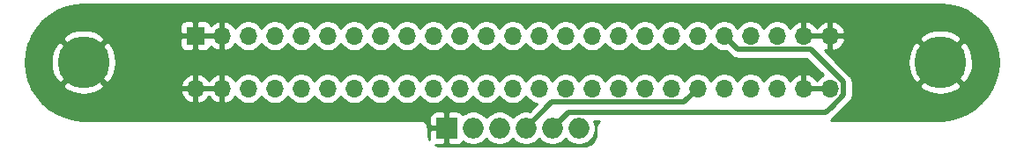
<source format=gbr>
G04 #@! TF.GenerationSoftware,KiCad,Pcbnew,(5.1.7)-1*
G04 #@! TF.CreationDate,2022-04-04T18:36:46-05:00*
G04 #@! TF.ProjectId,ConsoleSocket,436f6e73-6f6c-4655-936f-636b65742e6b,rev?*
G04 #@! TF.SameCoordinates,Original*
G04 #@! TF.FileFunction,Copper,L2,Bot*
G04 #@! TF.FilePolarity,Positive*
%FSLAX46Y46*%
G04 Gerber Fmt 4.6, Leading zero omitted, Abs format (unit mm)*
G04 Created by KiCad (PCBNEW (5.1.7)-1) date 2022-04-04 18:36:46*
%MOMM*%
%LPD*%
G01*
G04 APERTURE LIST*
G04 #@! TA.AperFunction,ComponentPad*
%ADD10R,1.700000X1.700000*%
G04 #@! TD*
G04 #@! TA.AperFunction,ComponentPad*
%ADD11O,1.700000X1.700000*%
G04 #@! TD*
G04 #@! TA.AperFunction,ComponentPad*
%ADD12C,5.000000*%
G04 #@! TD*
G04 #@! TA.AperFunction,ComponentPad*
%ADD13R,2.000000X2.000000*%
G04 #@! TD*
G04 #@! TA.AperFunction,ComponentPad*
%ADD14O,2.000000X2.000000*%
G04 #@! TD*
G04 #@! TA.AperFunction,Conductor*
%ADD15C,0.500000*%
G04 #@! TD*
G04 #@! TA.AperFunction,Conductor*
%ADD16C,0.254000*%
G04 #@! TD*
G04 #@! TA.AperFunction,Conductor*
%ADD17C,0.100000*%
G04 #@! TD*
G04 APERTURE END LIST*
D10*
G04 #@! TO.P,J3,1*
G04 #@! TO.N,GND*
X106750000Y-36830000D03*
D11*
G04 #@! TO.P,J3,2*
X106750000Y-41910000D03*
G04 #@! TO.P,J3,3*
X109290000Y-36830000D03*
G04 #@! TO.P,J3,4*
X109290000Y-41910000D03*
G04 #@! TO.P,J3,5*
G04 #@! TO.N,/Input*
X111830000Y-36830000D03*
G04 #@! TO.P,J3,6*
X111830000Y-41910000D03*
G04 #@! TO.P,J3,7*
G04 #@! TO.N,/Output*
X114370000Y-36830000D03*
G04 #@! TO.P,J3,8*
X114370000Y-41910000D03*
G04 #@! TO.P,J3,9*
G04 #@! TO.N,+9V*
X116910000Y-36830000D03*
G04 #@! TO.P,J3,10*
G04 #@! TO.N,/SW*
X116910000Y-41910000D03*
G04 #@! TO.P,J3,11*
G04 #@! TO.N,/LEDPower*
X119450000Y-36830000D03*
G04 #@! TO.P,J3,12*
X119450000Y-41910000D03*
G04 #@! TO.P,J3,13*
G04 #@! TO.N,N/C*
X121990000Y-36830000D03*
G04 #@! TO.P,J3,14*
X121990000Y-41910000D03*
G04 #@! TO.P,J3,15*
X124530000Y-36830000D03*
G04 #@! TO.P,J3,16*
X124530000Y-41910000D03*
G04 #@! TO.P,J3,17*
X127070000Y-36830000D03*
G04 #@! TO.P,J3,18*
X127070000Y-41910000D03*
G04 #@! TO.P,J3,19*
X129610000Y-36830000D03*
G04 #@! TO.P,J3,20*
X129610000Y-41910000D03*
G04 #@! TO.P,J3,21*
X132150000Y-36830000D03*
G04 #@! TO.P,J3,22*
X132150000Y-41910000D03*
G04 #@! TO.P,J3,23*
X134690000Y-36830000D03*
G04 #@! TO.P,J3,24*
X134690000Y-41910000D03*
G04 #@! TO.P,J3,25*
X137230000Y-36830000D03*
G04 #@! TO.P,J3,26*
X137230000Y-41910000D03*
G04 #@! TO.P,J3,27*
X139770000Y-36830000D03*
G04 #@! TO.P,J3,28*
X139770000Y-41910000D03*
G04 #@! TO.P,J3,29*
X142310000Y-36830000D03*
G04 #@! TO.P,J3,30*
X142310000Y-41910000D03*
G04 #@! TO.P,J3,31*
X144850000Y-36830000D03*
G04 #@! TO.P,J3,32*
X144850000Y-41910000D03*
G04 #@! TO.P,J3,33*
X147390000Y-36830000D03*
G04 #@! TO.P,J3,34*
X147390000Y-41910000D03*
G04 #@! TO.P,J3,35*
X149930000Y-36830000D03*
G04 #@! TO.P,J3,36*
X149930000Y-41910000D03*
G04 #@! TO.P,J3,37*
X152470000Y-36830000D03*
G04 #@! TO.P,J3,38*
X152470000Y-41910000D03*
G04 #@! TO.P,J3,39*
G04 #@! TO.N,/LEDPower*
X155010000Y-36830000D03*
G04 #@! TO.P,J3,40*
X155010000Y-41910000D03*
G04 #@! TO.P,J3,41*
G04 #@! TO.N,+9V*
X157550000Y-36830000D03*
G04 #@! TO.P,J3,42*
G04 #@! TO.N,/SW*
X157550000Y-41910000D03*
G04 #@! TO.P,J3,43*
G04 #@! TO.N,/Output*
X160090000Y-36830000D03*
G04 #@! TO.P,J3,44*
X160090000Y-41910000D03*
G04 #@! TO.P,J3,45*
G04 #@! TO.N,/Input*
X162630000Y-36830000D03*
G04 #@! TO.P,J3,46*
X162630000Y-41910000D03*
G04 #@! TO.P,J3,47*
G04 #@! TO.N,GND*
X165170000Y-36830000D03*
G04 #@! TO.P,J3,48*
X165170000Y-41910000D03*
G04 #@! TO.P,J3,49*
X167710000Y-36830000D03*
G04 #@! TO.P,J3,50*
X167710000Y-41910000D03*
G04 #@! TD*
D12*
G04 #@! TO.P,H1,1*
G04 #@! TO.N,GND*
X96000000Y-39370000D03*
G04 #@! TD*
G04 #@! TO.P,H2,1*
G04 #@! TO.N,GND*
X178320000Y-39370000D03*
G04 #@! TD*
D13*
G04 #@! TO.P,J1,1*
G04 #@! TO.N,GND*
X130880000Y-45720000D03*
D14*
G04 #@! TO.P,J1,2*
G04 #@! TO.N,/Input*
X133420000Y-45720000D03*
G04 #@! TO.P,J1,3*
G04 #@! TO.N,/Output*
X135960000Y-45720000D03*
G04 #@! TO.P,J1,4*
G04 #@! TO.N,/LEDPower*
X138500000Y-45720000D03*
G04 #@! TO.P,J1,5*
G04 #@! TO.N,+9V*
X141040000Y-45720000D03*
G04 #@! TO.P,J1,6*
G04 #@! TO.N,/SW*
X143580000Y-45720000D03*
G04 #@! TD*
D15*
G04 #@! TO.N,+9V*
X158850001Y-38130001D02*
X157550000Y-36830000D01*
X169010001Y-41285999D02*
X165854003Y-38130001D01*
X169010001Y-42534001D02*
X169010001Y-41285999D01*
X165854003Y-38130001D02*
X158850001Y-38130001D01*
X141040000Y-45720000D02*
X142564000Y-44196000D01*
X167348002Y-44196000D02*
X167875001Y-43669001D01*
X142564000Y-44196000D02*
X167348002Y-44196000D01*
X167875001Y-43669001D02*
X169010001Y-42534001D01*
G04 #@! TO.N,/LEDPower*
X141009999Y-43210001D02*
X138500000Y-45720000D01*
X153709999Y-43210001D02*
X141009999Y-43210001D01*
X155010000Y-41910000D02*
X153709999Y-43210001D01*
G04 #@! TD*
D16*
G04 #@! TO.N,GND*
X179178179Y-33875912D02*
X180026929Y-34079679D01*
X180833353Y-34413711D01*
X181577597Y-34869784D01*
X182241332Y-35436668D01*
X182808216Y-36100404D01*
X183264289Y-36844645D01*
X183598321Y-37651071D01*
X183802089Y-38499825D01*
X183870573Y-39370000D01*
X183802089Y-40240175D01*
X183598321Y-41088929D01*
X183264289Y-41895355D01*
X182808216Y-42639596D01*
X182241332Y-43303332D01*
X181577597Y-43870216D01*
X180833353Y-44326289D01*
X180026929Y-44660321D01*
X179178179Y-44864088D01*
X178277159Y-44935000D01*
X167842562Y-44935000D01*
X167976819Y-44824817D01*
X168004536Y-44791044D01*
X168531533Y-44264047D01*
X169605051Y-43190530D01*
X169638818Y-43162818D01*
X169692984Y-43096818D01*
X169738919Y-43040846D01*
X169749412Y-43028060D01*
X169831590Y-42874314D01*
X169882196Y-42707491D01*
X169895001Y-42577478D01*
X169895001Y-42577468D01*
X169899282Y-42534002D01*
X169895001Y-42490536D01*
X169895001Y-41573148D01*
X176296457Y-41573148D01*
X176572627Y-41991118D01*
X177117557Y-42281649D01*
X177708696Y-42460287D01*
X178323328Y-42520168D01*
X178937831Y-42458990D01*
X179528592Y-42279103D01*
X180067373Y-41991118D01*
X180343543Y-41573148D01*
X178320000Y-39549605D01*
X176296457Y-41573148D01*
X169895001Y-41573148D01*
X169895001Y-41329464D01*
X169899282Y-41285998D01*
X169895001Y-41242532D01*
X169895001Y-41242522D01*
X169882196Y-41112509D01*
X169831590Y-40945686D01*
X169749412Y-40791940D01*
X169702961Y-40735340D01*
X169666533Y-40690952D01*
X169666531Y-40690950D01*
X169638818Y-40657182D01*
X169605050Y-40629469D01*
X168348909Y-39373328D01*
X175169832Y-39373328D01*
X175231010Y-39987831D01*
X175410897Y-40578592D01*
X175698882Y-41117373D01*
X176116852Y-41393543D01*
X178140395Y-39370000D01*
X178499605Y-39370000D01*
X180523148Y-41393543D01*
X180941118Y-41117373D01*
X181231649Y-40572443D01*
X181410287Y-39981304D01*
X181470168Y-39366672D01*
X181408990Y-38752169D01*
X181229103Y-38161408D01*
X180941118Y-37622627D01*
X180523148Y-37346457D01*
X178499605Y-39370000D01*
X178140395Y-39370000D01*
X176116852Y-37346457D01*
X175698882Y-37622627D01*
X175408351Y-38167557D01*
X175229713Y-38758696D01*
X175169832Y-39373328D01*
X168348909Y-39373328D01*
X167199226Y-38223646D01*
X167205901Y-38226825D01*
X167353110Y-38271476D01*
X167583000Y-38150155D01*
X167583000Y-36957000D01*
X167837000Y-36957000D01*
X167837000Y-38150155D01*
X168066890Y-38271476D01*
X168214099Y-38226825D01*
X168476920Y-38101641D01*
X168710269Y-37927588D01*
X168905178Y-37711355D01*
X169054157Y-37461252D01*
X169151481Y-37186891D01*
X169140963Y-37166852D01*
X176296457Y-37166852D01*
X178320000Y-39190395D01*
X180343543Y-37166852D01*
X180067373Y-36748882D01*
X179522443Y-36458351D01*
X178931304Y-36279713D01*
X178316672Y-36219832D01*
X177702169Y-36281010D01*
X177111408Y-36460897D01*
X176572627Y-36748882D01*
X176296457Y-37166852D01*
X169140963Y-37166852D01*
X169030814Y-36957000D01*
X167837000Y-36957000D01*
X167583000Y-36957000D01*
X165297000Y-36957000D01*
X165297000Y-36977000D01*
X165043000Y-36977000D01*
X165043000Y-36957000D01*
X165023000Y-36957000D01*
X165023000Y-36703000D01*
X165043000Y-36703000D01*
X165043000Y-35509845D01*
X165297000Y-35509845D01*
X165297000Y-36703000D01*
X167583000Y-36703000D01*
X167583000Y-35509845D01*
X167837000Y-35509845D01*
X167837000Y-36703000D01*
X169030814Y-36703000D01*
X169151481Y-36473109D01*
X169054157Y-36198748D01*
X168905178Y-35948645D01*
X168710269Y-35732412D01*
X168476920Y-35558359D01*
X168214099Y-35433175D01*
X168066890Y-35388524D01*
X167837000Y-35509845D01*
X167583000Y-35509845D01*
X167353110Y-35388524D01*
X167205901Y-35433175D01*
X166943080Y-35558359D01*
X166709731Y-35732412D01*
X166514822Y-35948645D01*
X166440000Y-36074255D01*
X166365178Y-35948645D01*
X166170269Y-35732412D01*
X165936920Y-35558359D01*
X165674099Y-35433175D01*
X165526890Y-35388524D01*
X165297000Y-35509845D01*
X165043000Y-35509845D01*
X164813110Y-35388524D01*
X164665901Y-35433175D01*
X164403080Y-35558359D01*
X164169731Y-35732412D01*
X163974822Y-35948645D01*
X163905195Y-36065534D01*
X163783475Y-35883368D01*
X163576632Y-35676525D01*
X163333411Y-35514010D01*
X163063158Y-35402068D01*
X162776260Y-35345000D01*
X162483740Y-35345000D01*
X162196842Y-35402068D01*
X161926589Y-35514010D01*
X161683368Y-35676525D01*
X161476525Y-35883368D01*
X161360000Y-36057760D01*
X161243475Y-35883368D01*
X161036632Y-35676525D01*
X160793411Y-35514010D01*
X160523158Y-35402068D01*
X160236260Y-35345000D01*
X159943740Y-35345000D01*
X159656842Y-35402068D01*
X159386589Y-35514010D01*
X159143368Y-35676525D01*
X158936525Y-35883368D01*
X158820000Y-36057760D01*
X158703475Y-35883368D01*
X158496632Y-35676525D01*
X158253411Y-35514010D01*
X157983158Y-35402068D01*
X157696260Y-35345000D01*
X157403740Y-35345000D01*
X157116842Y-35402068D01*
X156846589Y-35514010D01*
X156603368Y-35676525D01*
X156396525Y-35883368D01*
X156280000Y-36057760D01*
X156163475Y-35883368D01*
X155956632Y-35676525D01*
X155713411Y-35514010D01*
X155443158Y-35402068D01*
X155156260Y-35345000D01*
X154863740Y-35345000D01*
X154576842Y-35402068D01*
X154306589Y-35514010D01*
X154063368Y-35676525D01*
X153856525Y-35883368D01*
X153740000Y-36057760D01*
X153623475Y-35883368D01*
X153416632Y-35676525D01*
X153173411Y-35514010D01*
X152903158Y-35402068D01*
X152616260Y-35345000D01*
X152323740Y-35345000D01*
X152036842Y-35402068D01*
X151766589Y-35514010D01*
X151523368Y-35676525D01*
X151316525Y-35883368D01*
X151200000Y-36057760D01*
X151083475Y-35883368D01*
X150876632Y-35676525D01*
X150633411Y-35514010D01*
X150363158Y-35402068D01*
X150076260Y-35345000D01*
X149783740Y-35345000D01*
X149496842Y-35402068D01*
X149226589Y-35514010D01*
X148983368Y-35676525D01*
X148776525Y-35883368D01*
X148660000Y-36057760D01*
X148543475Y-35883368D01*
X148336632Y-35676525D01*
X148093411Y-35514010D01*
X147823158Y-35402068D01*
X147536260Y-35345000D01*
X147243740Y-35345000D01*
X146956842Y-35402068D01*
X146686589Y-35514010D01*
X146443368Y-35676525D01*
X146236525Y-35883368D01*
X146120000Y-36057760D01*
X146003475Y-35883368D01*
X145796632Y-35676525D01*
X145553411Y-35514010D01*
X145283158Y-35402068D01*
X144996260Y-35345000D01*
X144703740Y-35345000D01*
X144416842Y-35402068D01*
X144146589Y-35514010D01*
X143903368Y-35676525D01*
X143696525Y-35883368D01*
X143580000Y-36057760D01*
X143463475Y-35883368D01*
X143256632Y-35676525D01*
X143013411Y-35514010D01*
X142743158Y-35402068D01*
X142456260Y-35345000D01*
X142163740Y-35345000D01*
X141876842Y-35402068D01*
X141606589Y-35514010D01*
X141363368Y-35676525D01*
X141156525Y-35883368D01*
X141040000Y-36057760D01*
X140923475Y-35883368D01*
X140716632Y-35676525D01*
X140473411Y-35514010D01*
X140203158Y-35402068D01*
X139916260Y-35345000D01*
X139623740Y-35345000D01*
X139336842Y-35402068D01*
X139066589Y-35514010D01*
X138823368Y-35676525D01*
X138616525Y-35883368D01*
X138500000Y-36057760D01*
X138383475Y-35883368D01*
X138176632Y-35676525D01*
X137933411Y-35514010D01*
X137663158Y-35402068D01*
X137376260Y-35345000D01*
X137083740Y-35345000D01*
X136796842Y-35402068D01*
X136526589Y-35514010D01*
X136283368Y-35676525D01*
X136076525Y-35883368D01*
X135960000Y-36057760D01*
X135843475Y-35883368D01*
X135636632Y-35676525D01*
X135393411Y-35514010D01*
X135123158Y-35402068D01*
X134836260Y-35345000D01*
X134543740Y-35345000D01*
X134256842Y-35402068D01*
X133986589Y-35514010D01*
X133743368Y-35676525D01*
X133536525Y-35883368D01*
X133420000Y-36057760D01*
X133303475Y-35883368D01*
X133096632Y-35676525D01*
X132853411Y-35514010D01*
X132583158Y-35402068D01*
X132296260Y-35345000D01*
X132003740Y-35345000D01*
X131716842Y-35402068D01*
X131446589Y-35514010D01*
X131203368Y-35676525D01*
X130996525Y-35883368D01*
X130880000Y-36057760D01*
X130763475Y-35883368D01*
X130556632Y-35676525D01*
X130313411Y-35514010D01*
X130043158Y-35402068D01*
X129756260Y-35345000D01*
X129463740Y-35345000D01*
X129176842Y-35402068D01*
X128906589Y-35514010D01*
X128663368Y-35676525D01*
X128456525Y-35883368D01*
X128340000Y-36057760D01*
X128223475Y-35883368D01*
X128016632Y-35676525D01*
X127773411Y-35514010D01*
X127503158Y-35402068D01*
X127216260Y-35345000D01*
X126923740Y-35345000D01*
X126636842Y-35402068D01*
X126366589Y-35514010D01*
X126123368Y-35676525D01*
X125916525Y-35883368D01*
X125800000Y-36057760D01*
X125683475Y-35883368D01*
X125476632Y-35676525D01*
X125233411Y-35514010D01*
X124963158Y-35402068D01*
X124676260Y-35345000D01*
X124383740Y-35345000D01*
X124096842Y-35402068D01*
X123826589Y-35514010D01*
X123583368Y-35676525D01*
X123376525Y-35883368D01*
X123260000Y-36057760D01*
X123143475Y-35883368D01*
X122936632Y-35676525D01*
X122693411Y-35514010D01*
X122423158Y-35402068D01*
X122136260Y-35345000D01*
X121843740Y-35345000D01*
X121556842Y-35402068D01*
X121286589Y-35514010D01*
X121043368Y-35676525D01*
X120836525Y-35883368D01*
X120720000Y-36057760D01*
X120603475Y-35883368D01*
X120396632Y-35676525D01*
X120153411Y-35514010D01*
X119883158Y-35402068D01*
X119596260Y-35345000D01*
X119303740Y-35345000D01*
X119016842Y-35402068D01*
X118746589Y-35514010D01*
X118503368Y-35676525D01*
X118296525Y-35883368D01*
X118180000Y-36057760D01*
X118063475Y-35883368D01*
X117856632Y-35676525D01*
X117613411Y-35514010D01*
X117343158Y-35402068D01*
X117056260Y-35345000D01*
X116763740Y-35345000D01*
X116476842Y-35402068D01*
X116206589Y-35514010D01*
X115963368Y-35676525D01*
X115756525Y-35883368D01*
X115640000Y-36057760D01*
X115523475Y-35883368D01*
X115316632Y-35676525D01*
X115073411Y-35514010D01*
X114803158Y-35402068D01*
X114516260Y-35345000D01*
X114223740Y-35345000D01*
X113936842Y-35402068D01*
X113666589Y-35514010D01*
X113423368Y-35676525D01*
X113216525Y-35883368D01*
X113100000Y-36057760D01*
X112983475Y-35883368D01*
X112776632Y-35676525D01*
X112533411Y-35514010D01*
X112263158Y-35402068D01*
X111976260Y-35345000D01*
X111683740Y-35345000D01*
X111396842Y-35402068D01*
X111126589Y-35514010D01*
X110883368Y-35676525D01*
X110676525Y-35883368D01*
X110554805Y-36065534D01*
X110485178Y-35948645D01*
X110290269Y-35732412D01*
X110056920Y-35558359D01*
X109794099Y-35433175D01*
X109646890Y-35388524D01*
X109417000Y-35509845D01*
X109417000Y-36703000D01*
X109437000Y-36703000D01*
X109437000Y-36957000D01*
X109417000Y-36957000D01*
X109417000Y-38150155D01*
X109646890Y-38271476D01*
X109794099Y-38226825D01*
X110056920Y-38101641D01*
X110290269Y-37927588D01*
X110485178Y-37711355D01*
X110554805Y-37594466D01*
X110676525Y-37776632D01*
X110883368Y-37983475D01*
X111126589Y-38145990D01*
X111396842Y-38257932D01*
X111683740Y-38315000D01*
X111976260Y-38315000D01*
X112263158Y-38257932D01*
X112533411Y-38145990D01*
X112776632Y-37983475D01*
X112983475Y-37776632D01*
X113100000Y-37602240D01*
X113216525Y-37776632D01*
X113423368Y-37983475D01*
X113666589Y-38145990D01*
X113936842Y-38257932D01*
X114223740Y-38315000D01*
X114516260Y-38315000D01*
X114803158Y-38257932D01*
X115073411Y-38145990D01*
X115316632Y-37983475D01*
X115523475Y-37776632D01*
X115640000Y-37602240D01*
X115756525Y-37776632D01*
X115963368Y-37983475D01*
X116206589Y-38145990D01*
X116476842Y-38257932D01*
X116763740Y-38315000D01*
X117056260Y-38315000D01*
X117343158Y-38257932D01*
X117613411Y-38145990D01*
X117856632Y-37983475D01*
X118063475Y-37776632D01*
X118180000Y-37602240D01*
X118296525Y-37776632D01*
X118503368Y-37983475D01*
X118746589Y-38145990D01*
X119016842Y-38257932D01*
X119303740Y-38315000D01*
X119596260Y-38315000D01*
X119883158Y-38257932D01*
X120153411Y-38145990D01*
X120396632Y-37983475D01*
X120603475Y-37776632D01*
X120720000Y-37602240D01*
X120836525Y-37776632D01*
X121043368Y-37983475D01*
X121286589Y-38145990D01*
X121556842Y-38257932D01*
X121843740Y-38315000D01*
X122136260Y-38315000D01*
X122423158Y-38257932D01*
X122693411Y-38145990D01*
X122936632Y-37983475D01*
X123143475Y-37776632D01*
X123260000Y-37602240D01*
X123376525Y-37776632D01*
X123583368Y-37983475D01*
X123826589Y-38145990D01*
X124096842Y-38257932D01*
X124383740Y-38315000D01*
X124676260Y-38315000D01*
X124963158Y-38257932D01*
X125233411Y-38145990D01*
X125476632Y-37983475D01*
X125683475Y-37776632D01*
X125800000Y-37602240D01*
X125916525Y-37776632D01*
X126123368Y-37983475D01*
X126366589Y-38145990D01*
X126636842Y-38257932D01*
X126923740Y-38315000D01*
X127216260Y-38315000D01*
X127503158Y-38257932D01*
X127773411Y-38145990D01*
X128016632Y-37983475D01*
X128223475Y-37776632D01*
X128340000Y-37602240D01*
X128456525Y-37776632D01*
X128663368Y-37983475D01*
X128906589Y-38145990D01*
X129176842Y-38257932D01*
X129463740Y-38315000D01*
X129756260Y-38315000D01*
X130043158Y-38257932D01*
X130313411Y-38145990D01*
X130556632Y-37983475D01*
X130763475Y-37776632D01*
X130880000Y-37602240D01*
X130996525Y-37776632D01*
X131203368Y-37983475D01*
X131446589Y-38145990D01*
X131716842Y-38257932D01*
X132003740Y-38315000D01*
X132296260Y-38315000D01*
X132583158Y-38257932D01*
X132853411Y-38145990D01*
X133096632Y-37983475D01*
X133303475Y-37776632D01*
X133420000Y-37602240D01*
X133536525Y-37776632D01*
X133743368Y-37983475D01*
X133986589Y-38145990D01*
X134256842Y-38257932D01*
X134543740Y-38315000D01*
X134836260Y-38315000D01*
X135123158Y-38257932D01*
X135393411Y-38145990D01*
X135636632Y-37983475D01*
X135843475Y-37776632D01*
X135960000Y-37602240D01*
X136076525Y-37776632D01*
X136283368Y-37983475D01*
X136526589Y-38145990D01*
X136796842Y-38257932D01*
X137083740Y-38315000D01*
X137376260Y-38315000D01*
X137663158Y-38257932D01*
X137933411Y-38145990D01*
X138176632Y-37983475D01*
X138383475Y-37776632D01*
X138500000Y-37602240D01*
X138616525Y-37776632D01*
X138823368Y-37983475D01*
X139066589Y-38145990D01*
X139336842Y-38257932D01*
X139623740Y-38315000D01*
X139916260Y-38315000D01*
X140203158Y-38257932D01*
X140473411Y-38145990D01*
X140716632Y-37983475D01*
X140923475Y-37776632D01*
X141040000Y-37602240D01*
X141156525Y-37776632D01*
X141363368Y-37983475D01*
X141606589Y-38145990D01*
X141876842Y-38257932D01*
X142163740Y-38315000D01*
X142456260Y-38315000D01*
X142743158Y-38257932D01*
X143013411Y-38145990D01*
X143256632Y-37983475D01*
X143463475Y-37776632D01*
X143580000Y-37602240D01*
X143696525Y-37776632D01*
X143903368Y-37983475D01*
X144146589Y-38145990D01*
X144416842Y-38257932D01*
X144703740Y-38315000D01*
X144996260Y-38315000D01*
X145283158Y-38257932D01*
X145553411Y-38145990D01*
X145796632Y-37983475D01*
X146003475Y-37776632D01*
X146120000Y-37602240D01*
X146236525Y-37776632D01*
X146443368Y-37983475D01*
X146686589Y-38145990D01*
X146956842Y-38257932D01*
X147243740Y-38315000D01*
X147536260Y-38315000D01*
X147823158Y-38257932D01*
X148093411Y-38145990D01*
X148336632Y-37983475D01*
X148543475Y-37776632D01*
X148660000Y-37602240D01*
X148776525Y-37776632D01*
X148983368Y-37983475D01*
X149226589Y-38145990D01*
X149496842Y-38257932D01*
X149783740Y-38315000D01*
X150076260Y-38315000D01*
X150363158Y-38257932D01*
X150633411Y-38145990D01*
X150876632Y-37983475D01*
X151083475Y-37776632D01*
X151200000Y-37602240D01*
X151316525Y-37776632D01*
X151523368Y-37983475D01*
X151766589Y-38145990D01*
X152036842Y-38257932D01*
X152323740Y-38315000D01*
X152616260Y-38315000D01*
X152903158Y-38257932D01*
X153173411Y-38145990D01*
X153416632Y-37983475D01*
X153623475Y-37776632D01*
X153740000Y-37602240D01*
X153856525Y-37776632D01*
X154063368Y-37983475D01*
X154306589Y-38145990D01*
X154576842Y-38257932D01*
X154863740Y-38315000D01*
X155156260Y-38315000D01*
X155443158Y-38257932D01*
X155713411Y-38145990D01*
X155956632Y-37983475D01*
X156163475Y-37776632D01*
X156280000Y-37602240D01*
X156396525Y-37776632D01*
X156603368Y-37983475D01*
X156846589Y-38145990D01*
X157116842Y-38257932D01*
X157403740Y-38315000D01*
X157696260Y-38315000D01*
X157768960Y-38300539D01*
X158193471Y-38725050D01*
X158221184Y-38758818D01*
X158254952Y-38786531D01*
X158254954Y-38786533D01*
X158326453Y-38845211D01*
X158355942Y-38869412D01*
X158509688Y-38951590D01*
X158676511Y-39002196D01*
X158806524Y-39015001D01*
X158806534Y-39015001D01*
X158850000Y-39019282D01*
X158893467Y-39015001D01*
X165487425Y-39015001D01*
X167056676Y-40584252D01*
X166943080Y-40638359D01*
X166709731Y-40812412D01*
X166514822Y-41028645D01*
X166440000Y-41154255D01*
X166365178Y-41028645D01*
X166170269Y-40812412D01*
X165936920Y-40638359D01*
X165674099Y-40513175D01*
X165526890Y-40468524D01*
X165297000Y-40589845D01*
X165297000Y-41783000D01*
X167583000Y-41783000D01*
X167583000Y-41763000D01*
X167837000Y-41763000D01*
X167837000Y-41783000D01*
X167857000Y-41783000D01*
X167857000Y-42037000D01*
X167837000Y-42037000D01*
X167837000Y-42057000D01*
X167583000Y-42057000D01*
X167583000Y-42037000D01*
X165297000Y-42037000D01*
X165297000Y-42057000D01*
X165043000Y-42057000D01*
X165043000Y-42037000D01*
X165023000Y-42037000D01*
X165023000Y-41783000D01*
X165043000Y-41783000D01*
X165043000Y-40589845D01*
X164813110Y-40468524D01*
X164665901Y-40513175D01*
X164403080Y-40638359D01*
X164169731Y-40812412D01*
X163974822Y-41028645D01*
X163905195Y-41145534D01*
X163783475Y-40963368D01*
X163576632Y-40756525D01*
X163333411Y-40594010D01*
X163063158Y-40482068D01*
X162776260Y-40425000D01*
X162483740Y-40425000D01*
X162196842Y-40482068D01*
X161926589Y-40594010D01*
X161683368Y-40756525D01*
X161476525Y-40963368D01*
X161360000Y-41137760D01*
X161243475Y-40963368D01*
X161036632Y-40756525D01*
X160793411Y-40594010D01*
X160523158Y-40482068D01*
X160236260Y-40425000D01*
X159943740Y-40425000D01*
X159656842Y-40482068D01*
X159386589Y-40594010D01*
X159143368Y-40756525D01*
X158936525Y-40963368D01*
X158820000Y-41137760D01*
X158703475Y-40963368D01*
X158496632Y-40756525D01*
X158253411Y-40594010D01*
X157983158Y-40482068D01*
X157696260Y-40425000D01*
X157403740Y-40425000D01*
X157116842Y-40482068D01*
X156846589Y-40594010D01*
X156603368Y-40756525D01*
X156396525Y-40963368D01*
X156280000Y-41137760D01*
X156163475Y-40963368D01*
X155956632Y-40756525D01*
X155713411Y-40594010D01*
X155443158Y-40482068D01*
X155156260Y-40425000D01*
X154863740Y-40425000D01*
X154576842Y-40482068D01*
X154306589Y-40594010D01*
X154063368Y-40756525D01*
X153856525Y-40963368D01*
X153740000Y-41137760D01*
X153623475Y-40963368D01*
X153416632Y-40756525D01*
X153173411Y-40594010D01*
X152903158Y-40482068D01*
X152616260Y-40425000D01*
X152323740Y-40425000D01*
X152036842Y-40482068D01*
X151766589Y-40594010D01*
X151523368Y-40756525D01*
X151316525Y-40963368D01*
X151200000Y-41137760D01*
X151083475Y-40963368D01*
X150876632Y-40756525D01*
X150633411Y-40594010D01*
X150363158Y-40482068D01*
X150076260Y-40425000D01*
X149783740Y-40425000D01*
X149496842Y-40482068D01*
X149226589Y-40594010D01*
X148983368Y-40756525D01*
X148776525Y-40963368D01*
X148660000Y-41137760D01*
X148543475Y-40963368D01*
X148336632Y-40756525D01*
X148093411Y-40594010D01*
X147823158Y-40482068D01*
X147536260Y-40425000D01*
X147243740Y-40425000D01*
X146956842Y-40482068D01*
X146686589Y-40594010D01*
X146443368Y-40756525D01*
X146236525Y-40963368D01*
X146120000Y-41137760D01*
X146003475Y-40963368D01*
X145796632Y-40756525D01*
X145553411Y-40594010D01*
X145283158Y-40482068D01*
X144996260Y-40425000D01*
X144703740Y-40425000D01*
X144416842Y-40482068D01*
X144146589Y-40594010D01*
X143903368Y-40756525D01*
X143696525Y-40963368D01*
X143580000Y-41137760D01*
X143463475Y-40963368D01*
X143256632Y-40756525D01*
X143013411Y-40594010D01*
X142743158Y-40482068D01*
X142456260Y-40425000D01*
X142163740Y-40425000D01*
X141876842Y-40482068D01*
X141606589Y-40594010D01*
X141363368Y-40756525D01*
X141156525Y-40963368D01*
X141040000Y-41137760D01*
X140923475Y-40963368D01*
X140716632Y-40756525D01*
X140473411Y-40594010D01*
X140203158Y-40482068D01*
X139916260Y-40425000D01*
X139623740Y-40425000D01*
X139336842Y-40482068D01*
X139066589Y-40594010D01*
X138823368Y-40756525D01*
X138616525Y-40963368D01*
X138500000Y-41137760D01*
X138383475Y-40963368D01*
X138176632Y-40756525D01*
X137933411Y-40594010D01*
X137663158Y-40482068D01*
X137376260Y-40425000D01*
X137083740Y-40425000D01*
X136796842Y-40482068D01*
X136526589Y-40594010D01*
X136283368Y-40756525D01*
X136076525Y-40963368D01*
X135960000Y-41137760D01*
X135843475Y-40963368D01*
X135636632Y-40756525D01*
X135393411Y-40594010D01*
X135123158Y-40482068D01*
X134836260Y-40425000D01*
X134543740Y-40425000D01*
X134256842Y-40482068D01*
X133986589Y-40594010D01*
X133743368Y-40756525D01*
X133536525Y-40963368D01*
X133420000Y-41137760D01*
X133303475Y-40963368D01*
X133096632Y-40756525D01*
X132853411Y-40594010D01*
X132583158Y-40482068D01*
X132296260Y-40425000D01*
X132003740Y-40425000D01*
X131716842Y-40482068D01*
X131446589Y-40594010D01*
X131203368Y-40756525D01*
X130996525Y-40963368D01*
X130880000Y-41137760D01*
X130763475Y-40963368D01*
X130556632Y-40756525D01*
X130313411Y-40594010D01*
X130043158Y-40482068D01*
X129756260Y-40425000D01*
X129463740Y-40425000D01*
X129176842Y-40482068D01*
X128906589Y-40594010D01*
X128663368Y-40756525D01*
X128456525Y-40963368D01*
X128340000Y-41137760D01*
X128223475Y-40963368D01*
X128016632Y-40756525D01*
X127773411Y-40594010D01*
X127503158Y-40482068D01*
X127216260Y-40425000D01*
X126923740Y-40425000D01*
X126636842Y-40482068D01*
X126366589Y-40594010D01*
X126123368Y-40756525D01*
X125916525Y-40963368D01*
X125800000Y-41137760D01*
X125683475Y-40963368D01*
X125476632Y-40756525D01*
X125233411Y-40594010D01*
X124963158Y-40482068D01*
X124676260Y-40425000D01*
X124383740Y-40425000D01*
X124096842Y-40482068D01*
X123826589Y-40594010D01*
X123583368Y-40756525D01*
X123376525Y-40963368D01*
X123260000Y-41137760D01*
X123143475Y-40963368D01*
X122936632Y-40756525D01*
X122693411Y-40594010D01*
X122423158Y-40482068D01*
X122136260Y-40425000D01*
X121843740Y-40425000D01*
X121556842Y-40482068D01*
X121286589Y-40594010D01*
X121043368Y-40756525D01*
X120836525Y-40963368D01*
X120720000Y-41137760D01*
X120603475Y-40963368D01*
X120396632Y-40756525D01*
X120153411Y-40594010D01*
X119883158Y-40482068D01*
X119596260Y-40425000D01*
X119303740Y-40425000D01*
X119016842Y-40482068D01*
X118746589Y-40594010D01*
X118503368Y-40756525D01*
X118296525Y-40963368D01*
X118180000Y-41137760D01*
X118063475Y-40963368D01*
X117856632Y-40756525D01*
X117613411Y-40594010D01*
X117343158Y-40482068D01*
X117056260Y-40425000D01*
X116763740Y-40425000D01*
X116476842Y-40482068D01*
X116206589Y-40594010D01*
X115963368Y-40756525D01*
X115756525Y-40963368D01*
X115640000Y-41137760D01*
X115523475Y-40963368D01*
X115316632Y-40756525D01*
X115073411Y-40594010D01*
X114803158Y-40482068D01*
X114516260Y-40425000D01*
X114223740Y-40425000D01*
X113936842Y-40482068D01*
X113666589Y-40594010D01*
X113423368Y-40756525D01*
X113216525Y-40963368D01*
X113100000Y-41137760D01*
X112983475Y-40963368D01*
X112776632Y-40756525D01*
X112533411Y-40594010D01*
X112263158Y-40482068D01*
X111976260Y-40425000D01*
X111683740Y-40425000D01*
X111396842Y-40482068D01*
X111126589Y-40594010D01*
X110883368Y-40756525D01*
X110676525Y-40963368D01*
X110554805Y-41145534D01*
X110485178Y-41028645D01*
X110290269Y-40812412D01*
X110056920Y-40638359D01*
X109794099Y-40513175D01*
X109646890Y-40468524D01*
X109417000Y-40589845D01*
X109417000Y-41783000D01*
X109437000Y-41783000D01*
X109437000Y-42037000D01*
X109417000Y-42037000D01*
X109417000Y-43230155D01*
X109646890Y-43351476D01*
X109794099Y-43306825D01*
X110056920Y-43181641D01*
X110290269Y-43007588D01*
X110485178Y-42791355D01*
X110554805Y-42674466D01*
X110676525Y-42856632D01*
X110883368Y-43063475D01*
X111126589Y-43225990D01*
X111396842Y-43337932D01*
X111683740Y-43395000D01*
X111976260Y-43395000D01*
X112263158Y-43337932D01*
X112533411Y-43225990D01*
X112776632Y-43063475D01*
X112983475Y-42856632D01*
X113100000Y-42682240D01*
X113216525Y-42856632D01*
X113423368Y-43063475D01*
X113666589Y-43225990D01*
X113936842Y-43337932D01*
X114223740Y-43395000D01*
X114516260Y-43395000D01*
X114803158Y-43337932D01*
X115073411Y-43225990D01*
X115316632Y-43063475D01*
X115523475Y-42856632D01*
X115640000Y-42682240D01*
X115756525Y-42856632D01*
X115963368Y-43063475D01*
X116206589Y-43225990D01*
X116476842Y-43337932D01*
X116763740Y-43395000D01*
X117056260Y-43395000D01*
X117343158Y-43337932D01*
X117613411Y-43225990D01*
X117856632Y-43063475D01*
X118063475Y-42856632D01*
X118180000Y-42682240D01*
X118296525Y-42856632D01*
X118503368Y-43063475D01*
X118746589Y-43225990D01*
X119016842Y-43337932D01*
X119303740Y-43395000D01*
X119596260Y-43395000D01*
X119883158Y-43337932D01*
X120153411Y-43225990D01*
X120396632Y-43063475D01*
X120603475Y-42856632D01*
X120720000Y-42682240D01*
X120836525Y-42856632D01*
X121043368Y-43063475D01*
X121286589Y-43225990D01*
X121556842Y-43337932D01*
X121843740Y-43395000D01*
X122136260Y-43395000D01*
X122423158Y-43337932D01*
X122693411Y-43225990D01*
X122936632Y-43063475D01*
X123143475Y-42856632D01*
X123260000Y-42682240D01*
X123376525Y-42856632D01*
X123583368Y-43063475D01*
X123826589Y-43225990D01*
X124096842Y-43337932D01*
X124383740Y-43395000D01*
X124676260Y-43395000D01*
X124963158Y-43337932D01*
X125233411Y-43225990D01*
X125476632Y-43063475D01*
X125683475Y-42856632D01*
X125800000Y-42682240D01*
X125916525Y-42856632D01*
X126123368Y-43063475D01*
X126366589Y-43225990D01*
X126636842Y-43337932D01*
X126923740Y-43395000D01*
X127216260Y-43395000D01*
X127503158Y-43337932D01*
X127773411Y-43225990D01*
X128016632Y-43063475D01*
X128223475Y-42856632D01*
X128340000Y-42682240D01*
X128456525Y-42856632D01*
X128663368Y-43063475D01*
X128906589Y-43225990D01*
X129176842Y-43337932D01*
X129463740Y-43395000D01*
X129756260Y-43395000D01*
X130043158Y-43337932D01*
X130313411Y-43225990D01*
X130556632Y-43063475D01*
X130763475Y-42856632D01*
X130880000Y-42682240D01*
X130996525Y-42856632D01*
X131203368Y-43063475D01*
X131446589Y-43225990D01*
X131716842Y-43337932D01*
X132003740Y-43395000D01*
X132296260Y-43395000D01*
X132583158Y-43337932D01*
X132853411Y-43225990D01*
X133096632Y-43063475D01*
X133303475Y-42856632D01*
X133420000Y-42682240D01*
X133536525Y-42856632D01*
X133743368Y-43063475D01*
X133986589Y-43225990D01*
X134256842Y-43337932D01*
X134543740Y-43395000D01*
X134836260Y-43395000D01*
X135123158Y-43337932D01*
X135393411Y-43225990D01*
X135636632Y-43063475D01*
X135843475Y-42856632D01*
X135960000Y-42682240D01*
X136076525Y-42856632D01*
X136283368Y-43063475D01*
X136526589Y-43225990D01*
X136796842Y-43337932D01*
X137083740Y-43395000D01*
X137376260Y-43395000D01*
X137663158Y-43337932D01*
X137933411Y-43225990D01*
X138176632Y-43063475D01*
X138383475Y-42856632D01*
X138500000Y-42682240D01*
X138616525Y-42856632D01*
X138823368Y-43063475D01*
X139066589Y-43225990D01*
X139336842Y-43337932D01*
X139581770Y-43386652D01*
X138846525Y-44121897D01*
X138661033Y-44085000D01*
X138338967Y-44085000D01*
X138023088Y-44147832D01*
X137725537Y-44271082D01*
X137457748Y-44450013D01*
X137230013Y-44677748D01*
X137230000Y-44677767D01*
X137229987Y-44677748D01*
X137002252Y-44450013D01*
X136734463Y-44271082D01*
X136436912Y-44147832D01*
X136121033Y-44085000D01*
X135798967Y-44085000D01*
X135483088Y-44147832D01*
X135185537Y-44271082D01*
X134917748Y-44450013D01*
X134690013Y-44677748D01*
X134690000Y-44677767D01*
X134689987Y-44677748D01*
X134462252Y-44450013D01*
X134194463Y-44271082D01*
X133896912Y-44147832D01*
X133581033Y-44085000D01*
X133258967Y-44085000D01*
X132943088Y-44147832D01*
X132645537Y-44271082D01*
X132435191Y-44411630D01*
X132410537Y-44365506D01*
X132331185Y-44268815D01*
X132234494Y-44189463D01*
X132124180Y-44130498D01*
X132004482Y-44094188D01*
X131880000Y-44081928D01*
X131165750Y-44085000D01*
X131007000Y-44243750D01*
X131007000Y-45593000D01*
X131027000Y-45593000D01*
X131027000Y-45847000D01*
X131007000Y-45847000D01*
X131007000Y-47196250D01*
X131165750Y-47355000D01*
X131880000Y-47358072D01*
X132004482Y-47345812D01*
X132124180Y-47309502D01*
X132234494Y-47250537D01*
X132331185Y-47171185D01*
X132410537Y-47074494D01*
X132435191Y-47028370D01*
X132645537Y-47168918D01*
X132943088Y-47292168D01*
X133258967Y-47355000D01*
X133581033Y-47355000D01*
X133896912Y-47292168D01*
X134194463Y-47168918D01*
X134462252Y-46989987D01*
X134689987Y-46762252D01*
X134690000Y-46762233D01*
X134690013Y-46762252D01*
X134917748Y-46989987D01*
X135185537Y-47168918D01*
X135483088Y-47292168D01*
X135798967Y-47355000D01*
X136121033Y-47355000D01*
X136436912Y-47292168D01*
X136734463Y-47168918D01*
X137002252Y-46989987D01*
X137229987Y-46762252D01*
X137230000Y-46762233D01*
X137230013Y-46762252D01*
X137457748Y-46989987D01*
X137725537Y-47168918D01*
X138023088Y-47292168D01*
X138338967Y-47355000D01*
X138661033Y-47355000D01*
X138976912Y-47292168D01*
X139274463Y-47168918D01*
X139542252Y-46989987D01*
X139769987Y-46762252D01*
X139770000Y-46762233D01*
X139770013Y-46762252D01*
X139997748Y-46989987D01*
X140265537Y-47168918D01*
X140563088Y-47292168D01*
X140878967Y-47355000D01*
X141201033Y-47355000D01*
X141516912Y-47292168D01*
X141814463Y-47168918D01*
X142082252Y-46989987D01*
X142309987Y-46762252D01*
X142310000Y-46762233D01*
X142310013Y-46762252D01*
X142537748Y-46989987D01*
X142805537Y-47168918D01*
X143103088Y-47292168D01*
X143418967Y-47355000D01*
X143741033Y-47355000D01*
X144056912Y-47292168D01*
X144354463Y-47168918D01*
X144622252Y-46989987D01*
X144849987Y-46762252D01*
X145028918Y-46494463D01*
X145152168Y-46196912D01*
X145215000Y-45881033D01*
X145215000Y-45558967D01*
X145152168Y-45243088D01*
X145085029Y-45081000D01*
X145551221Y-45081000D01*
X145452236Y-45162236D01*
X145354138Y-45281767D01*
X145281246Y-45418140D01*
X145236359Y-45566113D01*
X145221202Y-45720000D01*
X145225000Y-45758561D01*
X145225000Y-46211612D01*
X145198168Y-46485262D01*
X145129843Y-46711565D01*
X145018864Y-46920288D01*
X144869458Y-47103477D01*
X144687314Y-47254159D01*
X144479377Y-47366591D01*
X144253552Y-47436496D01*
X143982353Y-47465000D01*
X130348388Y-47465000D01*
X130074738Y-47438168D01*
X129848435Y-47369843D01*
X129814088Y-47351580D01*
X129880000Y-47358072D01*
X130594250Y-47355000D01*
X130753000Y-47196250D01*
X130753000Y-45847000D01*
X129403750Y-45847000D01*
X129245000Y-46005750D01*
X129241928Y-46720000D01*
X129252659Y-46828958D01*
X129193409Y-46719377D01*
X129123504Y-46493552D01*
X129095000Y-46222353D01*
X129095000Y-45758561D01*
X129098798Y-45720000D01*
X129083641Y-45566113D01*
X129038754Y-45418140D01*
X128965862Y-45281767D01*
X128867764Y-45162236D01*
X128748233Y-45064138D01*
X128611860Y-44991246D01*
X128463887Y-44946359D01*
X128348561Y-44935000D01*
X128348560Y-44935000D01*
X128310000Y-44931202D01*
X128271439Y-44935000D01*
X96042842Y-44935000D01*
X95141825Y-44864089D01*
X94541652Y-44720000D01*
X129241928Y-44720000D01*
X129245000Y-45434250D01*
X129403750Y-45593000D01*
X130753000Y-45593000D01*
X130753000Y-44243750D01*
X130594250Y-44085000D01*
X129880000Y-44081928D01*
X129755518Y-44094188D01*
X129635820Y-44130498D01*
X129525506Y-44189463D01*
X129428815Y-44268815D01*
X129349463Y-44365506D01*
X129290498Y-44475820D01*
X129254188Y-44595518D01*
X129241928Y-44720000D01*
X94541652Y-44720000D01*
X94293071Y-44660321D01*
X93486645Y-44326289D01*
X92742404Y-43870216D01*
X92078668Y-43303332D01*
X91511784Y-42639597D01*
X91055711Y-41895353D01*
X90922250Y-41573148D01*
X93976457Y-41573148D01*
X94252627Y-41991118D01*
X94797557Y-42281649D01*
X95388696Y-42460287D01*
X96003328Y-42520168D01*
X96617831Y-42458990D01*
X97208592Y-42279103D01*
X97231439Y-42266891D01*
X105308519Y-42266891D01*
X105405843Y-42541252D01*
X105554822Y-42791355D01*
X105749731Y-43007588D01*
X105983080Y-43181641D01*
X106245901Y-43306825D01*
X106393110Y-43351476D01*
X106623000Y-43230155D01*
X106623000Y-42037000D01*
X106877000Y-42037000D01*
X106877000Y-43230155D01*
X107106890Y-43351476D01*
X107254099Y-43306825D01*
X107516920Y-43181641D01*
X107750269Y-43007588D01*
X107945178Y-42791355D01*
X108020000Y-42665745D01*
X108094822Y-42791355D01*
X108289731Y-43007588D01*
X108523080Y-43181641D01*
X108785901Y-43306825D01*
X108933110Y-43351476D01*
X109163000Y-43230155D01*
X109163000Y-42037000D01*
X106877000Y-42037000D01*
X106623000Y-42037000D01*
X105429186Y-42037000D01*
X105308519Y-42266891D01*
X97231439Y-42266891D01*
X97747373Y-41991118D01*
X98023543Y-41573148D01*
X98003504Y-41553109D01*
X105308519Y-41553109D01*
X105429186Y-41783000D01*
X106623000Y-41783000D01*
X106623000Y-40589845D01*
X106877000Y-40589845D01*
X106877000Y-41783000D01*
X109163000Y-41783000D01*
X109163000Y-40589845D01*
X108933110Y-40468524D01*
X108785901Y-40513175D01*
X108523080Y-40638359D01*
X108289731Y-40812412D01*
X108094822Y-41028645D01*
X108020000Y-41154255D01*
X107945178Y-41028645D01*
X107750269Y-40812412D01*
X107516920Y-40638359D01*
X107254099Y-40513175D01*
X107106890Y-40468524D01*
X106877000Y-40589845D01*
X106623000Y-40589845D01*
X106393110Y-40468524D01*
X106245901Y-40513175D01*
X105983080Y-40638359D01*
X105749731Y-40812412D01*
X105554822Y-41028645D01*
X105405843Y-41278748D01*
X105308519Y-41553109D01*
X98003504Y-41553109D01*
X96000000Y-39549605D01*
X93976457Y-41573148D01*
X90922250Y-41573148D01*
X90721679Y-41088929D01*
X90517912Y-40240179D01*
X90449689Y-39373328D01*
X92849832Y-39373328D01*
X92911010Y-39987831D01*
X93090897Y-40578592D01*
X93378882Y-41117373D01*
X93796852Y-41393543D01*
X95820395Y-39370000D01*
X96179605Y-39370000D01*
X98203148Y-41393543D01*
X98621118Y-41117373D01*
X98911649Y-40572443D01*
X99090287Y-39981304D01*
X99150168Y-39366672D01*
X99088990Y-38752169D01*
X98909103Y-38161408D01*
X98651785Y-37680000D01*
X105261928Y-37680000D01*
X105274188Y-37804482D01*
X105310498Y-37924180D01*
X105369463Y-38034494D01*
X105448815Y-38131185D01*
X105545506Y-38210537D01*
X105655820Y-38269502D01*
X105775518Y-38305812D01*
X105900000Y-38318072D01*
X106464250Y-38315000D01*
X106623000Y-38156250D01*
X106623000Y-36957000D01*
X106877000Y-36957000D01*
X106877000Y-38156250D01*
X107035750Y-38315000D01*
X107600000Y-38318072D01*
X107724482Y-38305812D01*
X107844180Y-38269502D01*
X107954494Y-38210537D01*
X108051185Y-38131185D01*
X108130537Y-38034494D01*
X108189502Y-37924180D01*
X108213966Y-37843534D01*
X108289731Y-37927588D01*
X108523080Y-38101641D01*
X108785901Y-38226825D01*
X108933110Y-38271476D01*
X109163000Y-38150155D01*
X109163000Y-36957000D01*
X106877000Y-36957000D01*
X106623000Y-36957000D01*
X105423750Y-36957000D01*
X105265000Y-37115750D01*
X105261928Y-37680000D01*
X98651785Y-37680000D01*
X98621118Y-37622627D01*
X98203148Y-37346457D01*
X96179605Y-39370000D01*
X95820395Y-39370000D01*
X93796852Y-37346457D01*
X93378882Y-37622627D01*
X93088351Y-38167557D01*
X92909713Y-38758696D01*
X92849832Y-39373328D01*
X90449689Y-39373328D01*
X90449427Y-39370000D01*
X90517912Y-38499821D01*
X90721679Y-37651071D01*
X90922249Y-37166852D01*
X93976457Y-37166852D01*
X96000000Y-39190395D01*
X98023543Y-37166852D01*
X97747373Y-36748882D01*
X97202443Y-36458351D01*
X96611304Y-36279713D01*
X95996672Y-36219832D01*
X95382169Y-36281010D01*
X94791408Y-36460897D01*
X94252627Y-36748882D01*
X93976457Y-37166852D01*
X90922249Y-37166852D01*
X91055711Y-36844647D01*
X91511784Y-36100403D01*
X91614618Y-35980000D01*
X105261928Y-35980000D01*
X105265000Y-36544250D01*
X105423750Y-36703000D01*
X106623000Y-36703000D01*
X106623000Y-35503750D01*
X106877000Y-35503750D01*
X106877000Y-36703000D01*
X109163000Y-36703000D01*
X109163000Y-35509845D01*
X108933110Y-35388524D01*
X108785901Y-35433175D01*
X108523080Y-35558359D01*
X108289731Y-35732412D01*
X108213966Y-35816466D01*
X108189502Y-35735820D01*
X108130537Y-35625506D01*
X108051185Y-35528815D01*
X107954494Y-35449463D01*
X107844180Y-35390498D01*
X107724482Y-35354188D01*
X107600000Y-35341928D01*
X107035750Y-35345000D01*
X106877000Y-35503750D01*
X106623000Y-35503750D01*
X106464250Y-35345000D01*
X105900000Y-35341928D01*
X105775518Y-35354188D01*
X105655820Y-35390498D01*
X105545506Y-35449463D01*
X105448815Y-35528815D01*
X105369463Y-35625506D01*
X105310498Y-35735820D01*
X105274188Y-35855518D01*
X105261928Y-35980000D01*
X91614618Y-35980000D01*
X92078668Y-35436668D01*
X92742404Y-34869784D01*
X93486645Y-34413711D01*
X94293071Y-34079679D01*
X95141825Y-33875911D01*
X96042842Y-33805000D01*
X178277159Y-33805000D01*
X179178179Y-33875912D01*
G04 #@! TA.AperFunction,Conductor*
D17*
G36*
X179178179Y-33875912D02*
G01*
X180026929Y-34079679D01*
X180833353Y-34413711D01*
X181577597Y-34869784D01*
X182241332Y-35436668D01*
X182808216Y-36100404D01*
X183264289Y-36844645D01*
X183598321Y-37651071D01*
X183802089Y-38499825D01*
X183870573Y-39370000D01*
X183802089Y-40240175D01*
X183598321Y-41088929D01*
X183264289Y-41895355D01*
X182808216Y-42639596D01*
X182241332Y-43303332D01*
X181577597Y-43870216D01*
X180833353Y-44326289D01*
X180026929Y-44660321D01*
X179178179Y-44864088D01*
X178277159Y-44935000D01*
X167842562Y-44935000D01*
X167976819Y-44824817D01*
X168004536Y-44791044D01*
X168531533Y-44264047D01*
X169605051Y-43190530D01*
X169638818Y-43162818D01*
X169692984Y-43096818D01*
X169738919Y-43040846D01*
X169749412Y-43028060D01*
X169831590Y-42874314D01*
X169882196Y-42707491D01*
X169895001Y-42577478D01*
X169895001Y-42577468D01*
X169899282Y-42534002D01*
X169895001Y-42490536D01*
X169895001Y-41573148D01*
X176296457Y-41573148D01*
X176572627Y-41991118D01*
X177117557Y-42281649D01*
X177708696Y-42460287D01*
X178323328Y-42520168D01*
X178937831Y-42458990D01*
X179528592Y-42279103D01*
X180067373Y-41991118D01*
X180343543Y-41573148D01*
X178320000Y-39549605D01*
X176296457Y-41573148D01*
X169895001Y-41573148D01*
X169895001Y-41329464D01*
X169899282Y-41285998D01*
X169895001Y-41242532D01*
X169895001Y-41242522D01*
X169882196Y-41112509D01*
X169831590Y-40945686D01*
X169749412Y-40791940D01*
X169702961Y-40735340D01*
X169666533Y-40690952D01*
X169666531Y-40690950D01*
X169638818Y-40657182D01*
X169605050Y-40629469D01*
X168348909Y-39373328D01*
X175169832Y-39373328D01*
X175231010Y-39987831D01*
X175410897Y-40578592D01*
X175698882Y-41117373D01*
X176116852Y-41393543D01*
X178140395Y-39370000D01*
X178499605Y-39370000D01*
X180523148Y-41393543D01*
X180941118Y-41117373D01*
X181231649Y-40572443D01*
X181410287Y-39981304D01*
X181470168Y-39366672D01*
X181408990Y-38752169D01*
X181229103Y-38161408D01*
X180941118Y-37622627D01*
X180523148Y-37346457D01*
X178499605Y-39370000D01*
X178140395Y-39370000D01*
X176116852Y-37346457D01*
X175698882Y-37622627D01*
X175408351Y-38167557D01*
X175229713Y-38758696D01*
X175169832Y-39373328D01*
X168348909Y-39373328D01*
X167199226Y-38223646D01*
X167205901Y-38226825D01*
X167353110Y-38271476D01*
X167583000Y-38150155D01*
X167583000Y-36957000D01*
X167837000Y-36957000D01*
X167837000Y-38150155D01*
X168066890Y-38271476D01*
X168214099Y-38226825D01*
X168476920Y-38101641D01*
X168710269Y-37927588D01*
X168905178Y-37711355D01*
X169054157Y-37461252D01*
X169151481Y-37186891D01*
X169140963Y-37166852D01*
X176296457Y-37166852D01*
X178320000Y-39190395D01*
X180343543Y-37166852D01*
X180067373Y-36748882D01*
X179522443Y-36458351D01*
X178931304Y-36279713D01*
X178316672Y-36219832D01*
X177702169Y-36281010D01*
X177111408Y-36460897D01*
X176572627Y-36748882D01*
X176296457Y-37166852D01*
X169140963Y-37166852D01*
X169030814Y-36957000D01*
X167837000Y-36957000D01*
X167583000Y-36957000D01*
X165297000Y-36957000D01*
X165297000Y-36977000D01*
X165043000Y-36977000D01*
X165043000Y-36957000D01*
X165023000Y-36957000D01*
X165023000Y-36703000D01*
X165043000Y-36703000D01*
X165043000Y-35509845D01*
X165297000Y-35509845D01*
X165297000Y-36703000D01*
X167583000Y-36703000D01*
X167583000Y-35509845D01*
X167837000Y-35509845D01*
X167837000Y-36703000D01*
X169030814Y-36703000D01*
X169151481Y-36473109D01*
X169054157Y-36198748D01*
X168905178Y-35948645D01*
X168710269Y-35732412D01*
X168476920Y-35558359D01*
X168214099Y-35433175D01*
X168066890Y-35388524D01*
X167837000Y-35509845D01*
X167583000Y-35509845D01*
X167353110Y-35388524D01*
X167205901Y-35433175D01*
X166943080Y-35558359D01*
X166709731Y-35732412D01*
X166514822Y-35948645D01*
X166440000Y-36074255D01*
X166365178Y-35948645D01*
X166170269Y-35732412D01*
X165936920Y-35558359D01*
X165674099Y-35433175D01*
X165526890Y-35388524D01*
X165297000Y-35509845D01*
X165043000Y-35509845D01*
X164813110Y-35388524D01*
X164665901Y-35433175D01*
X164403080Y-35558359D01*
X164169731Y-35732412D01*
X163974822Y-35948645D01*
X163905195Y-36065534D01*
X163783475Y-35883368D01*
X163576632Y-35676525D01*
X163333411Y-35514010D01*
X163063158Y-35402068D01*
X162776260Y-35345000D01*
X162483740Y-35345000D01*
X162196842Y-35402068D01*
X161926589Y-35514010D01*
X161683368Y-35676525D01*
X161476525Y-35883368D01*
X161360000Y-36057760D01*
X161243475Y-35883368D01*
X161036632Y-35676525D01*
X160793411Y-35514010D01*
X160523158Y-35402068D01*
X160236260Y-35345000D01*
X159943740Y-35345000D01*
X159656842Y-35402068D01*
X159386589Y-35514010D01*
X159143368Y-35676525D01*
X158936525Y-35883368D01*
X158820000Y-36057760D01*
X158703475Y-35883368D01*
X158496632Y-35676525D01*
X158253411Y-35514010D01*
X157983158Y-35402068D01*
X157696260Y-35345000D01*
X157403740Y-35345000D01*
X157116842Y-35402068D01*
X156846589Y-35514010D01*
X156603368Y-35676525D01*
X156396525Y-35883368D01*
X156280000Y-36057760D01*
X156163475Y-35883368D01*
X155956632Y-35676525D01*
X155713411Y-35514010D01*
X155443158Y-35402068D01*
X155156260Y-35345000D01*
X154863740Y-35345000D01*
X154576842Y-35402068D01*
X154306589Y-35514010D01*
X154063368Y-35676525D01*
X153856525Y-35883368D01*
X153740000Y-36057760D01*
X153623475Y-35883368D01*
X153416632Y-35676525D01*
X153173411Y-35514010D01*
X152903158Y-35402068D01*
X152616260Y-35345000D01*
X152323740Y-35345000D01*
X152036842Y-35402068D01*
X151766589Y-35514010D01*
X151523368Y-35676525D01*
X151316525Y-35883368D01*
X151200000Y-36057760D01*
X151083475Y-35883368D01*
X150876632Y-35676525D01*
X150633411Y-35514010D01*
X150363158Y-35402068D01*
X150076260Y-35345000D01*
X149783740Y-35345000D01*
X149496842Y-35402068D01*
X149226589Y-35514010D01*
X148983368Y-35676525D01*
X148776525Y-35883368D01*
X148660000Y-36057760D01*
X148543475Y-35883368D01*
X148336632Y-35676525D01*
X148093411Y-35514010D01*
X147823158Y-35402068D01*
X147536260Y-35345000D01*
X147243740Y-35345000D01*
X146956842Y-35402068D01*
X146686589Y-35514010D01*
X146443368Y-35676525D01*
X146236525Y-35883368D01*
X146120000Y-36057760D01*
X146003475Y-35883368D01*
X145796632Y-35676525D01*
X145553411Y-35514010D01*
X145283158Y-35402068D01*
X144996260Y-35345000D01*
X144703740Y-35345000D01*
X144416842Y-35402068D01*
X144146589Y-35514010D01*
X143903368Y-35676525D01*
X143696525Y-35883368D01*
X143580000Y-36057760D01*
X143463475Y-35883368D01*
X143256632Y-35676525D01*
X143013411Y-35514010D01*
X142743158Y-35402068D01*
X142456260Y-35345000D01*
X142163740Y-35345000D01*
X141876842Y-35402068D01*
X141606589Y-35514010D01*
X141363368Y-35676525D01*
X141156525Y-35883368D01*
X141040000Y-36057760D01*
X140923475Y-35883368D01*
X140716632Y-35676525D01*
X140473411Y-35514010D01*
X140203158Y-35402068D01*
X139916260Y-35345000D01*
X139623740Y-35345000D01*
X139336842Y-35402068D01*
X139066589Y-35514010D01*
X138823368Y-35676525D01*
X138616525Y-35883368D01*
X138500000Y-36057760D01*
X138383475Y-35883368D01*
X138176632Y-35676525D01*
X137933411Y-35514010D01*
X137663158Y-35402068D01*
X137376260Y-35345000D01*
X137083740Y-35345000D01*
X136796842Y-35402068D01*
X136526589Y-35514010D01*
X136283368Y-35676525D01*
X136076525Y-35883368D01*
X135960000Y-36057760D01*
X135843475Y-35883368D01*
X135636632Y-35676525D01*
X135393411Y-35514010D01*
X135123158Y-35402068D01*
X134836260Y-35345000D01*
X134543740Y-35345000D01*
X134256842Y-35402068D01*
X133986589Y-35514010D01*
X133743368Y-35676525D01*
X133536525Y-35883368D01*
X133420000Y-36057760D01*
X133303475Y-35883368D01*
X133096632Y-35676525D01*
X132853411Y-35514010D01*
X132583158Y-35402068D01*
X132296260Y-35345000D01*
X132003740Y-35345000D01*
X131716842Y-35402068D01*
X131446589Y-35514010D01*
X131203368Y-35676525D01*
X130996525Y-35883368D01*
X130880000Y-36057760D01*
X130763475Y-35883368D01*
X130556632Y-35676525D01*
X130313411Y-35514010D01*
X130043158Y-35402068D01*
X129756260Y-35345000D01*
X129463740Y-35345000D01*
X129176842Y-35402068D01*
X128906589Y-35514010D01*
X128663368Y-35676525D01*
X128456525Y-35883368D01*
X128340000Y-36057760D01*
X128223475Y-35883368D01*
X128016632Y-35676525D01*
X127773411Y-35514010D01*
X127503158Y-35402068D01*
X127216260Y-35345000D01*
X126923740Y-35345000D01*
X126636842Y-35402068D01*
X126366589Y-35514010D01*
X126123368Y-35676525D01*
X125916525Y-35883368D01*
X125800000Y-36057760D01*
X125683475Y-35883368D01*
X125476632Y-35676525D01*
X125233411Y-35514010D01*
X124963158Y-35402068D01*
X124676260Y-35345000D01*
X124383740Y-35345000D01*
X124096842Y-35402068D01*
X123826589Y-35514010D01*
X123583368Y-35676525D01*
X123376525Y-35883368D01*
X123260000Y-36057760D01*
X123143475Y-35883368D01*
X122936632Y-35676525D01*
X122693411Y-35514010D01*
X122423158Y-35402068D01*
X122136260Y-35345000D01*
X121843740Y-35345000D01*
X121556842Y-35402068D01*
X121286589Y-35514010D01*
X121043368Y-35676525D01*
X120836525Y-35883368D01*
X120720000Y-36057760D01*
X120603475Y-35883368D01*
X120396632Y-35676525D01*
X120153411Y-35514010D01*
X119883158Y-35402068D01*
X119596260Y-35345000D01*
X119303740Y-35345000D01*
X119016842Y-35402068D01*
X118746589Y-35514010D01*
X118503368Y-35676525D01*
X118296525Y-35883368D01*
X118180000Y-36057760D01*
X118063475Y-35883368D01*
X117856632Y-35676525D01*
X117613411Y-35514010D01*
X117343158Y-35402068D01*
X117056260Y-35345000D01*
X116763740Y-35345000D01*
X116476842Y-35402068D01*
X116206589Y-35514010D01*
X115963368Y-35676525D01*
X115756525Y-35883368D01*
X115640000Y-36057760D01*
X115523475Y-35883368D01*
X115316632Y-35676525D01*
X115073411Y-35514010D01*
X114803158Y-35402068D01*
X114516260Y-35345000D01*
X114223740Y-35345000D01*
X113936842Y-35402068D01*
X113666589Y-35514010D01*
X113423368Y-35676525D01*
X113216525Y-35883368D01*
X113100000Y-36057760D01*
X112983475Y-35883368D01*
X112776632Y-35676525D01*
X112533411Y-35514010D01*
X112263158Y-35402068D01*
X111976260Y-35345000D01*
X111683740Y-35345000D01*
X111396842Y-35402068D01*
X111126589Y-35514010D01*
X110883368Y-35676525D01*
X110676525Y-35883368D01*
X110554805Y-36065534D01*
X110485178Y-35948645D01*
X110290269Y-35732412D01*
X110056920Y-35558359D01*
X109794099Y-35433175D01*
X109646890Y-35388524D01*
X109417000Y-35509845D01*
X109417000Y-36703000D01*
X109437000Y-36703000D01*
X109437000Y-36957000D01*
X109417000Y-36957000D01*
X109417000Y-38150155D01*
X109646890Y-38271476D01*
X109794099Y-38226825D01*
X110056920Y-38101641D01*
X110290269Y-37927588D01*
X110485178Y-37711355D01*
X110554805Y-37594466D01*
X110676525Y-37776632D01*
X110883368Y-37983475D01*
X111126589Y-38145990D01*
X111396842Y-38257932D01*
X111683740Y-38315000D01*
X111976260Y-38315000D01*
X112263158Y-38257932D01*
X112533411Y-38145990D01*
X112776632Y-37983475D01*
X112983475Y-37776632D01*
X113100000Y-37602240D01*
X113216525Y-37776632D01*
X113423368Y-37983475D01*
X113666589Y-38145990D01*
X113936842Y-38257932D01*
X114223740Y-38315000D01*
X114516260Y-38315000D01*
X114803158Y-38257932D01*
X115073411Y-38145990D01*
X115316632Y-37983475D01*
X115523475Y-37776632D01*
X115640000Y-37602240D01*
X115756525Y-37776632D01*
X115963368Y-37983475D01*
X116206589Y-38145990D01*
X116476842Y-38257932D01*
X116763740Y-38315000D01*
X117056260Y-38315000D01*
X117343158Y-38257932D01*
X117613411Y-38145990D01*
X117856632Y-37983475D01*
X118063475Y-37776632D01*
X118180000Y-37602240D01*
X118296525Y-37776632D01*
X118503368Y-37983475D01*
X118746589Y-38145990D01*
X119016842Y-38257932D01*
X119303740Y-38315000D01*
X119596260Y-38315000D01*
X119883158Y-38257932D01*
X120153411Y-38145990D01*
X120396632Y-37983475D01*
X120603475Y-37776632D01*
X120720000Y-37602240D01*
X120836525Y-37776632D01*
X121043368Y-37983475D01*
X121286589Y-38145990D01*
X121556842Y-38257932D01*
X121843740Y-38315000D01*
X122136260Y-38315000D01*
X122423158Y-38257932D01*
X122693411Y-38145990D01*
X122936632Y-37983475D01*
X123143475Y-37776632D01*
X123260000Y-37602240D01*
X123376525Y-37776632D01*
X123583368Y-37983475D01*
X123826589Y-38145990D01*
X124096842Y-38257932D01*
X124383740Y-38315000D01*
X124676260Y-38315000D01*
X124963158Y-38257932D01*
X125233411Y-38145990D01*
X125476632Y-37983475D01*
X125683475Y-37776632D01*
X125800000Y-37602240D01*
X125916525Y-37776632D01*
X126123368Y-37983475D01*
X126366589Y-38145990D01*
X126636842Y-38257932D01*
X126923740Y-38315000D01*
X127216260Y-38315000D01*
X127503158Y-38257932D01*
X127773411Y-38145990D01*
X128016632Y-37983475D01*
X128223475Y-37776632D01*
X128340000Y-37602240D01*
X128456525Y-37776632D01*
X128663368Y-37983475D01*
X128906589Y-38145990D01*
X129176842Y-38257932D01*
X129463740Y-38315000D01*
X129756260Y-38315000D01*
X130043158Y-38257932D01*
X130313411Y-38145990D01*
X130556632Y-37983475D01*
X130763475Y-37776632D01*
X130880000Y-37602240D01*
X130996525Y-37776632D01*
X131203368Y-37983475D01*
X131446589Y-38145990D01*
X131716842Y-38257932D01*
X132003740Y-38315000D01*
X132296260Y-38315000D01*
X132583158Y-38257932D01*
X132853411Y-38145990D01*
X133096632Y-37983475D01*
X133303475Y-37776632D01*
X133420000Y-37602240D01*
X133536525Y-37776632D01*
X133743368Y-37983475D01*
X133986589Y-38145990D01*
X134256842Y-38257932D01*
X134543740Y-38315000D01*
X134836260Y-38315000D01*
X135123158Y-38257932D01*
X135393411Y-38145990D01*
X135636632Y-37983475D01*
X135843475Y-37776632D01*
X135960000Y-37602240D01*
X136076525Y-37776632D01*
X136283368Y-37983475D01*
X136526589Y-38145990D01*
X136796842Y-38257932D01*
X137083740Y-38315000D01*
X137376260Y-38315000D01*
X137663158Y-38257932D01*
X137933411Y-38145990D01*
X138176632Y-37983475D01*
X138383475Y-37776632D01*
X138500000Y-37602240D01*
X138616525Y-37776632D01*
X138823368Y-37983475D01*
X139066589Y-38145990D01*
X139336842Y-38257932D01*
X139623740Y-38315000D01*
X139916260Y-38315000D01*
X140203158Y-38257932D01*
X140473411Y-38145990D01*
X140716632Y-37983475D01*
X140923475Y-37776632D01*
X141040000Y-37602240D01*
X141156525Y-37776632D01*
X141363368Y-37983475D01*
X141606589Y-38145990D01*
X141876842Y-38257932D01*
X142163740Y-38315000D01*
X142456260Y-38315000D01*
X142743158Y-38257932D01*
X143013411Y-38145990D01*
X143256632Y-37983475D01*
X143463475Y-37776632D01*
X143580000Y-37602240D01*
X143696525Y-37776632D01*
X143903368Y-37983475D01*
X144146589Y-38145990D01*
X144416842Y-38257932D01*
X144703740Y-38315000D01*
X144996260Y-38315000D01*
X145283158Y-38257932D01*
X145553411Y-38145990D01*
X145796632Y-37983475D01*
X146003475Y-37776632D01*
X146120000Y-37602240D01*
X146236525Y-37776632D01*
X146443368Y-37983475D01*
X146686589Y-38145990D01*
X146956842Y-38257932D01*
X147243740Y-38315000D01*
X147536260Y-38315000D01*
X147823158Y-38257932D01*
X148093411Y-38145990D01*
X148336632Y-37983475D01*
X148543475Y-37776632D01*
X148660000Y-37602240D01*
X148776525Y-37776632D01*
X148983368Y-37983475D01*
X149226589Y-38145990D01*
X149496842Y-38257932D01*
X149783740Y-38315000D01*
X150076260Y-38315000D01*
X150363158Y-38257932D01*
X150633411Y-38145990D01*
X150876632Y-37983475D01*
X151083475Y-37776632D01*
X151200000Y-37602240D01*
X151316525Y-37776632D01*
X151523368Y-37983475D01*
X151766589Y-38145990D01*
X152036842Y-38257932D01*
X152323740Y-38315000D01*
X152616260Y-38315000D01*
X152903158Y-38257932D01*
X153173411Y-38145990D01*
X153416632Y-37983475D01*
X153623475Y-37776632D01*
X153740000Y-37602240D01*
X153856525Y-37776632D01*
X154063368Y-37983475D01*
X154306589Y-38145990D01*
X154576842Y-38257932D01*
X154863740Y-38315000D01*
X155156260Y-38315000D01*
X155443158Y-38257932D01*
X155713411Y-38145990D01*
X155956632Y-37983475D01*
X156163475Y-37776632D01*
X156280000Y-37602240D01*
X156396525Y-37776632D01*
X156603368Y-37983475D01*
X156846589Y-38145990D01*
X157116842Y-38257932D01*
X157403740Y-38315000D01*
X157696260Y-38315000D01*
X157768960Y-38300539D01*
X158193471Y-38725050D01*
X158221184Y-38758818D01*
X158254952Y-38786531D01*
X158254954Y-38786533D01*
X158326453Y-38845211D01*
X158355942Y-38869412D01*
X158509688Y-38951590D01*
X158676511Y-39002196D01*
X158806524Y-39015001D01*
X158806534Y-39015001D01*
X158850000Y-39019282D01*
X158893467Y-39015001D01*
X165487425Y-39015001D01*
X167056676Y-40584252D01*
X166943080Y-40638359D01*
X166709731Y-40812412D01*
X166514822Y-41028645D01*
X166440000Y-41154255D01*
X166365178Y-41028645D01*
X166170269Y-40812412D01*
X165936920Y-40638359D01*
X165674099Y-40513175D01*
X165526890Y-40468524D01*
X165297000Y-40589845D01*
X165297000Y-41783000D01*
X167583000Y-41783000D01*
X167583000Y-41763000D01*
X167837000Y-41763000D01*
X167837000Y-41783000D01*
X167857000Y-41783000D01*
X167857000Y-42037000D01*
X167837000Y-42037000D01*
X167837000Y-42057000D01*
X167583000Y-42057000D01*
X167583000Y-42037000D01*
X165297000Y-42037000D01*
X165297000Y-42057000D01*
X165043000Y-42057000D01*
X165043000Y-42037000D01*
X165023000Y-42037000D01*
X165023000Y-41783000D01*
X165043000Y-41783000D01*
X165043000Y-40589845D01*
X164813110Y-40468524D01*
X164665901Y-40513175D01*
X164403080Y-40638359D01*
X164169731Y-40812412D01*
X163974822Y-41028645D01*
X163905195Y-41145534D01*
X163783475Y-40963368D01*
X163576632Y-40756525D01*
X163333411Y-40594010D01*
X163063158Y-40482068D01*
X162776260Y-40425000D01*
X162483740Y-40425000D01*
X162196842Y-40482068D01*
X161926589Y-40594010D01*
X161683368Y-40756525D01*
X161476525Y-40963368D01*
X161360000Y-41137760D01*
X161243475Y-40963368D01*
X161036632Y-40756525D01*
X160793411Y-40594010D01*
X160523158Y-40482068D01*
X160236260Y-40425000D01*
X159943740Y-40425000D01*
X159656842Y-40482068D01*
X159386589Y-40594010D01*
X159143368Y-40756525D01*
X158936525Y-40963368D01*
X158820000Y-41137760D01*
X158703475Y-40963368D01*
X158496632Y-40756525D01*
X158253411Y-40594010D01*
X157983158Y-40482068D01*
X157696260Y-40425000D01*
X157403740Y-40425000D01*
X157116842Y-40482068D01*
X156846589Y-40594010D01*
X156603368Y-40756525D01*
X156396525Y-40963368D01*
X156280000Y-41137760D01*
X156163475Y-40963368D01*
X155956632Y-40756525D01*
X155713411Y-40594010D01*
X155443158Y-40482068D01*
X155156260Y-40425000D01*
X154863740Y-40425000D01*
X154576842Y-40482068D01*
X154306589Y-40594010D01*
X154063368Y-40756525D01*
X153856525Y-40963368D01*
X153740000Y-41137760D01*
X153623475Y-40963368D01*
X153416632Y-40756525D01*
X153173411Y-40594010D01*
X152903158Y-40482068D01*
X152616260Y-40425000D01*
X152323740Y-40425000D01*
X152036842Y-40482068D01*
X151766589Y-40594010D01*
X151523368Y-40756525D01*
X151316525Y-40963368D01*
X151200000Y-41137760D01*
X151083475Y-40963368D01*
X150876632Y-40756525D01*
X150633411Y-40594010D01*
X150363158Y-40482068D01*
X150076260Y-40425000D01*
X149783740Y-40425000D01*
X149496842Y-40482068D01*
X149226589Y-40594010D01*
X148983368Y-40756525D01*
X148776525Y-40963368D01*
X148660000Y-41137760D01*
X148543475Y-40963368D01*
X148336632Y-40756525D01*
X148093411Y-40594010D01*
X147823158Y-40482068D01*
X147536260Y-40425000D01*
X147243740Y-40425000D01*
X146956842Y-40482068D01*
X146686589Y-40594010D01*
X146443368Y-40756525D01*
X146236525Y-40963368D01*
X146120000Y-41137760D01*
X146003475Y-40963368D01*
X145796632Y-40756525D01*
X145553411Y-40594010D01*
X145283158Y-40482068D01*
X144996260Y-40425000D01*
X144703740Y-40425000D01*
X144416842Y-40482068D01*
X144146589Y-40594010D01*
X143903368Y-40756525D01*
X143696525Y-40963368D01*
X143580000Y-41137760D01*
X143463475Y-40963368D01*
X143256632Y-40756525D01*
X143013411Y-40594010D01*
X142743158Y-40482068D01*
X142456260Y-40425000D01*
X142163740Y-40425000D01*
X141876842Y-40482068D01*
X141606589Y-40594010D01*
X141363368Y-40756525D01*
X141156525Y-40963368D01*
X141040000Y-41137760D01*
X140923475Y-40963368D01*
X140716632Y-40756525D01*
X140473411Y-40594010D01*
X140203158Y-40482068D01*
X139916260Y-40425000D01*
X139623740Y-40425000D01*
X139336842Y-40482068D01*
X139066589Y-40594010D01*
X138823368Y-40756525D01*
X138616525Y-40963368D01*
X138500000Y-41137760D01*
X138383475Y-40963368D01*
X138176632Y-40756525D01*
X137933411Y-40594010D01*
X137663158Y-40482068D01*
X137376260Y-40425000D01*
X137083740Y-40425000D01*
X136796842Y-40482068D01*
X136526589Y-40594010D01*
X136283368Y-40756525D01*
X136076525Y-40963368D01*
X135960000Y-41137760D01*
X135843475Y-40963368D01*
X135636632Y-40756525D01*
X135393411Y-40594010D01*
X135123158Y-40482068D01*
X134836260Y-40425000D01*
X134543740Y-40425000D01*
X134256842Y-40482068D01*
X133986589Y-40594010D01*
X133743368Y-40756525D01*
X133536525Y-40963368D01*
X133420000Y-41137760D01*
X133303475Y-40963368D01*
X133096632Y-40756525D01*
X132853411Y-40594010D01*
X132583158Y-40482068D01*
X132296260Y-40425000D01*
X132003740Y-40425000D01*
X131716842Y-40482068D01*
X131446589Y-40594010D01*
X131203368Y-40756525D01*
X130996525Y-40963368D01*
X130880000Y-41137760D01*
X130763475Y-40963368D01*
X130556632Y-40756525D01*
X130313411Y-40594010D01*
X130043158Y-40482068D01*
X129756260Y-40425000D01*
X129463740Y-40425000D01*
X129176842Y-40482068D01*
X128906589Y-40594010D01*
X128663368Y-40756525D01*
X128456525Y-40963368D01*
X128340000Y-41137760D01*
X128223475Y-40963368D01*
X128016632Y-40756525D01*
X127773411Y-40594010D01*
X127503158Y-40482068D01*
X127216260Y-40425000D01*
X126923740Y-40425000D01*
X126636842Y-40482068D01*
X126366589Y-40594010D01*
X126123368Y-40756525D01*
X125916525Y-40963368D01*
X125800000Y-41137760D01*
X125683475Y-40963368D01*
X125476632Y-40756525D01*
X125233411Y-40594010D01*
X124963158Y-40482068D01*
X124676260Y-40425000D01*
X124383740Y-40425000D01*
X124096842Y-40482068D01*
X123826589Y-40594010D01*
X123583368Y-40756525D01*
X123376525Y-40963368D01*
X123260000Y-41137760D01*
X123143475Y-40963368D01*
X122936632Y-40756525D01*
X122693411Y-40594010D01*
X122423158Y-40482068D01*
X122136260Y-40425000D01*
X121843740Y-40425000D01*
X121556842Y-40482068D01*
X121286589Y-40594010D01*
X121043368Y-40756525D01*
X120836525Y-40963368D01*
X120720000Y-41137760D01*
X120603475Y-40963368D01*
X120396632Y-40756525D01*
X120153411Y-40594010D01*
X119883158Y-40482068D01*
X119596260Y-40425000D01*
X119303740Y-40425000D01*
X119016842Y-40482068D01*
X118746589Y-40594010D01*
X118503368Y-40756525D01*
X118296525Y-40963368D01*
X118180000Y-41137760D01*
X118063475Y-40963368D01*
X117856632Y-40756525D01*
X117613411Y-40594010D01*
X117343158Y-40482068D01*
X117056260Y-40425000D01*
X116763740Y-40425000D01*
X116476842Y-40482068D01*
X116206589Y-40594010D01*
X115963368Y-40756525D01*
X115756525Y-40963368D01*
X115640000Y-41137760D01*
X115523475Y-40963368D01*
X115316632Y-40756525D01*
X115073411Y-40594010D01*
X114803158Y-40482068D01*
X114516260Y-40425000D01*
X114223740Y-40425000D01*
X113936842Y-40482068D01*
X113666589Y-40594010D01*
X113423368Y-40756525D01*
X113216525Y-40963368D01*
X113100000Y-41137760D01*
X112983475Y-40963368D01*
X112776632Y-40756525D01*
X112533411Y-40594010D01*
X112263158Y-40482068D01*
X111976260Y-40425000D01*
X111683740Y-40425000D01*
X111396842Y-40482068D01*
X111126589Y-40594010D01*
X110883368Y-40756525D01*
X110676525Y-40963368D01*
X110554805Y-41145534D01*
X110485178Y-41028645D01*
X110290269Y-40812412D01*
X110056920Y-40638359D01*
X109794099Y-40513175D01*
X109646890Y-40468524D01*
X109417000Y-40589845D01*
X109417000Y-41783000D01*
X109437000Y-41783000D01*
X109437000Y-42037000D01*
X109417000Y-42037000D01*
X109417000Y-43230155D01*
X109646890Y-43351476D01*
X109794099Y-43306825D01*
X110056920Y-43181641D01*
X110290269Y-43007588D01*
X110485178Y-42791355D01*
X110554805Y-42674466D01*
X110676525Y-42856632D01*
X110883368Y-43063475D01*
X111126589Y-43225990D01*
X111396842Y-43337932D01*
X111683740Y-43395000D01*
X111976260Y-43395000D01*
X112263158Y-43337932D01*
X112533411Y-43225990D01*
X112776632Y-43063475D01*
X112983475Y-42856632D01*
X113100000Y-42682240D01*
X113216525Y-42856632D01*
X113423368Y-43063475D01*
X113666589Y-43225990D01*
X113936842Y-43337932D01*
X114223740Y-43395000D01*
X114516260Y-43395000D01*
X114803158Y-43337932D01*
X115073411Y-43225990D01*
X115316632Y-43063475D01*
X115523475Y-42856632D01*
X115640000Y-42682240D01*
X115756525Y-42856632D01*
X115963368Y-43063475D01*
X116206589Y-43225990D01*
X116476842Y-43337932D01*
X116763740Y-43395000D01*
X117056260Y-43395000D01*
X117343158Y-43337932D01*
X117613411Y-43225990D01*
X117856632Y-43063475D01*
X118063475Y-42856632D01*
X118180000Y-42682240D01*
X118296525Y-42856632D01*
X118503368Y-43063475D01*
X118746589Y-43225990D01*
X119016842Y-43337932D01*
X119303740Y-43395000D01*
X119596260Y-43395000D01*
X119883158Y-43337932D01*
X120153411Y-43225990D01*
X120396632Y-43063475D01*
X120603475Y-42856632D01*
X120720000Y-42682240D01*
X120836525Y-42856632D01*
X121043368Y-43063475D01*
X121286589Y-43225990D01*
X121556842Y-43337932D01*
X121843740Y-43395000D01*
X122136260Y-43395000D01*
X122423158Y-43337932D01*
X122693411Y-43225990D01*
X122936632Y-43063475D01*
X123143475Y-42856632D01*
X123260000Y-42682240D01*
X123376525Y-42856632D01*
X123583368Y-43063475D01*
X123826589Y-43225990D01*
X124096842Y-43337932D01*
X124383740Y-43395000D01*
X124676260Y-43395000D01*
X124963158Y-43337932D01*
X125233411Y-43225990D01*
X125476632Y-43063475D01*
X125683475Y-42856632D01*
X125800000Y-42682240D01*
X125916525Y-42856632D01*
X126123368Y-43063475D01*
X126366589Y-43225990D01*
X126636842Y-43337932D01*
X126923740Y-43395000D01*
X127216260Y-43395000D01*
X127503158Y-43337932D01*
X127773411Y-43225990D01*
X128016632Y-43063475D01*
X128223475Y-42856632D01*
X128340000Y-42682240D01*
X128456525Y-42856632D01*
X128663368Y-43063475D01*
X128906589Y-43225990D01*
X129176842Y-43337932D01*
X129463740Y-43395000D01*
X129756260Y-43395000D01*
X130043158Y-43337932D01*
X130313411Y-43225990D01*
X130556632Y-43063475D01*
X130763475Y-42856632D01*
X130880000Y-42682240D01*
X130996525Y-42856632D01*
X131203368Y-43063475D01*
X131446589Y-43225990D01*
X131716842Y-43337932D01*
X132003740Y-43395000D01*
X132296260Y-43395000D01*
X132583158Y-43337932D01*
X132853411Y-43225990D01*
X133096632Y-43063475D01*
X133303475Y-42856632D01*
X133420000Y-42682240D01*
X133536525Y-42856632D01*
X133743368Y-43063475D01*
X133986589Y-43225990D01*
X134256842Y-43337932D01*
X134543740Y-43395000D01*
X134836260Y-43395000D01*
X135123158Y-43337932D01*
X135393411Y-43225990D01*
X135636632Y-43063475D01*
X135843475Y-42856632D01*
X135960000Y-42682240D01*
X136076525Y-42856632D01*
X136283368Y-43063475D01*
X136526589Y-43225990D01*
X136796842Y-43337932D01*
X137083740Y-43395000D01*
X137376260Y-43395000D01*
X137663158Y-43337932D01*
X137933411Y-43225990D01*
X138176632Y-43063475D01*
X138383475Y-42856632D01*
X138500000Y-42682240D01*
X138616525Y-42856632D01*
X138823368Y-43063475D01*
X139066589Y-43225990D01*
X139336842Y-43337932D01*
X139581770Y-43386652D01*
X138846525Y-44121897D01*
X138661033Y-44085000D01*
X138338967Y-44085000D01*
X138023088Y-44147832D01*
X137725537Y-44271082D01*
X137457748Y-44450013D01*
X137230013Y-44677748D01*
X137230000Y-44677767D01*
X137229987Y-44677748D01*
X137002252Y-44450013D01*
X136734463Y-44271082D01*
X136436912Y-44147832D01*
X136121033Y-44085000D01*
X135798967Y-44085000D01*
X135483088Y-44147832D01*
X135185537Y-44271082D01*
X134917748Y-44450013D01*
X134690013Y-44677748D01*
X134690000Y-44677767D01*
X134689987Y-44677748D01*
X134462252Y-44450013D01*
X134194463Y-44271082D01*
X133896912Y-44147832D01*
X133581033Y-44085000D01*
X133258967Y-44085000D01*
X132943088Y-44147832D01*
X132645537Y-44271082D01*
X132435191Y-44411630D01*
X132410537Y-44365506D01*
X132331185Y-44268815D01*
X132234494Y-44189463D01*
X132124180Y-44130498D01*
X132004482Y-44094188D01*
X131880000Y-44081928D01*
X131165750Y-44085000D01*
X131007000Y-44243750D01*
X131007000Y-45593000D01*
X131027000Y-45593000D01*
X131027000Y-45847000D01*
X131007000Y-45847000D01*
X131007000Y-47196250D01*
X131165750Y-47355000D01*
X131880000Y-47358072D01*
X132004482Y-47345812D01*
X132124180Y-47309502D01*
X132234494Y-47250537D01*
X132331185Y-47171185D01*
X132410537Y-47074494D01*
X132435191Y-47028370D01*
X132645537Y-47168918D01*
X132943088Y-47292168D01*
X133258967Y-47355000D01*
X133581033Y-47355000D01*
X133896912Y-47292168D01*
X134194463Y-47168918D01*
X134462252Y-46989987D01*
X134689987Y-46762252D01*
X134690000Y-46762233D01*
X134690013Y-46762252D01*
X134917748Y-46989987D01*
X135185537Y-47168918D01*
X135483088Y-47292168D01*
X135798967Y-47355000D01*
X136121033Y-47355000D01*
X136436912Y-47292168D01*
X136734463Y-47168918D01*
X137002252Y-46989987D01*
X137229987Y-46762252D01*
X137230000Y-46762233D01*
X137230013Y-46762252D01*
X137457748Y-46989987D01*
X137725537Y-47168918D01*
X138023088Y-47292168D01*
X138338967Y-47355000D01*
X138661033Y-47355000D01*
X138976912Y-47292168D01*
X139274463Y-47168918D01*
X139542252Y-46989987D01*
X139769987Y-46762252D01*
X139770000Y-46762233D01*
X139770013Y-46762252D01*
X139997748Y-46989987D01*
X140265537Y-47168918D01*
X140563088Y-47292168D01*
X140878967Y-47355000D01*
X141201033Y-47355000D01*
X141516912Y-47292168D01*
X141814463Y-47168918D01*
X142082252Y-46989987D01*
X142309987Y-46762252D01*
X142310000Y-46762233D01*
X142310013Y-46762252D01*
X142537748Y-46989987D01*
X142805537Y-47168918D01*
X143103088Y-47292168D01*
X143418967Y-47355000D01*
X143741033Y-47355000D01*
X144056912Y-47292168D01*
X144354463Y-47168918D01*
X144622252Y-46989987D01*
X144849987Y-46762252D01*
X145028918Y-46494463D01*
X145152168Y-46196912D01*
X145215000Y-45881033D01*
X145215000Y-45558967D01*
X145152168Y-45243088D01*
X145085029Y-45081000D01*
X145551221Y-45081000D01*
X145452236Y-45162236D01*
X145354138Y-45281767D01*
X145281246Y-45418140D01*
X145236359Y-45566113D01*
X145221202Y-45720000D01*
X145225000Y-45758561D01*
X145225000Y-46211612D01*
X145198168Y-46485262D01*
X145129843Y-46711565D01*
X145018864Y-46920288D01*
X144869458Y-47103477D01*
X144687314Y-47254159D01*
X144479377Y-47366591D01*
X144253552Y-47436496D01*
X143982353Y-47465000D01*
X130348388Y-47465000D01*
X130074738Y-47438168D01*
X129848435Y-47369843D01*
X129814088Y-47351580D01*
X129880000Y-47358072D01*
X130594250Y-47355000D01*
X130753000Y-47196250D01*
X130753000Y-45847000D01*
X129403750Y-45847000D01*
X129245000Y-46005750D01*
X129241928Y-46720000D01*
X129252659Y-46828958D01*
X129193409Y-46719377D01*
X129123504Y-46493552D01*
X129095000Y-46222353D01*
X129095000Y-45758561D01*
X129098798Y-45720000D01*
X129083641Y-45566113D01*
X129038754Y-45418140D01*
X128965862Y-45281767D01*
X128867764Y-45162236D01*
X128748233Y-45064138D01*
X128611860Y-44991246D01*
X128463887Y-44946359D01*
X128348561Y-44935000D01*
X128348560Y-44935000D01*
X128310000Y-44931202D01*
X128271439Y-44935000D01*
X96042842Y-44935000D01*
X95141825Y-44864089D01*
X94541652Y-44720000D01*
X129241928Y-44720000D01*
X129245000Y-45434250D01*
X129403750Y-45593000D01*
X130753000Y-45593000D01*
X130753000Y-44243750D01*
X130594250Y-44085000D01*
X129880000Y-44081928D01*
X129755518Y-44094188D01*
X129635820Y-44130498D01*
X129525506Y-44189463D01*
X129428815Y-44268815D01*
X129349463Y-44365506D01*
X129290498Y-44475820D01*
X129254188Y-44595518D01*
X129241928Y-44720000D01*
X94541652Y-44720000D01*
X94293071Y-44660321D01*
X93486645Y-44326289D01*
X92742404Y-43870216D01*
X92078668Y-43303332D01*
X91511784Y-42639597D01*
X91055711Y-41895353D01*
X90922250Y-41573148D01*
X93976457Y-41573148D01*
X94252627Y-41991118D01*
X94797557Y-42281649D01*
X95388696Y-42460287D01*
X96003328Y-42520168D01*
X96617831Y-42458990D01*
X97208592Y-42279103D01*
X97231439Y-42266891D01*
X105308519Y-42266891D01*
X105405843Y-42541252D01*
X105554822Y-42791355D01*
X105749731Y-43007588D01*
X105983080Y-43181641D01*
X106245901Y-43306825D01*
X106393110Y-43351476D01*
X106623000Y-43230155D01*
X106623000Y-42037000D01*
X106877000Y-42037000D01*
X106877000Y-43230155D01*
X107106890Y-43351476D01*
X107254099Y-43306825D01*
X107516920Y-43181641D01*
X107750269Y-43007588D01*
X107945178Y-42791355D01*
X108020000Y-42665745D01*
X108094822Y-42791355D01*
X108289731Y-43007588D01*
X108523080Y-43181641D01*
X108785901Y-43306825D01*
X108933110Y-43351476D01*
X109163000Y-43230155D01*
X109163000Y-42037000D01*
X106877000Y-42037000D01*
X106623000Y-42037000D01*
X105429186Y-42037000D01*
X105308519Y-42266891D01*
X97231439Y-42266891D01*
X97747373Y-41991118D01*
X98023543Y-41573148D01*
X98003504Y-41553109D01*
X105308519Y-41553109D01*
X105429186Y-41783000D01*
X106623000Y-41783000D01*
X106623000Y-40589845D01*
X106877000Y-40589845D01*
X106877000Y-41783000D01*
X109163000Y-41783000D01*
X109163000Y-40589845D01*
X108933110Y-40468524D01*
X108785901Y-40513175D01*
X108523080Y-40638359D01*
X108289731Y-40812412D01*
X108094822Y-41028645D01*
X108020000Y-41154255D01*
X107945178Y-41028645D01*
X107750269Y-40812412D01*
X107516920Y-40638359D01*
X107254099Y-40513175D01*
X107106890Y-40468524D01*
X106877000Y-40589845D01*
X106623000Y-40589845D01*
X106393110Y-40468524D01*
X106245901Y-40513175D01*
X105983080Y-40638359D01*
X105749731Y-40812412D01*
X105554822Y-41028645D01*
X105405843Y-41278748D01*
X105308519Y-41553109D01*
X98003504Y-41553109D01*
X96000000Y-39549605D01*
X93976457Y-41573148D01*
X90922250Y-41573148D01*
X90721679Y-41088929D01*
X90517912Y-40240179D01*
X90449689Y-39373328D01*
X92849832Y-39373328D01*
X92911010Y-39987831D01*
X93090897Y-40578592D01*
X93378882Y-41117373D01*
X93796852Y-41393543D01*
X95820395Y-39370000D01*
X96179605Y-39370000D01*
X98203148Y-41393543D01*
X98621118Y-41117373D01*
X98911649Y-40572443D01*
X99090287Y-39981304D01*
X99150168Y-39366672D01*
X99088990Y-38752169D01*
X98909103Y-38161408D01*
X98651785Y-37680000D01*
X105261928Y-37680000D01*
X105274188Y-37804482D01*
X105310498Y-37924180D01*
X105369463Y-38034494D01*
X105448815Y-38131185D01*
X105545506Y-38210537D01*
X105655820Y-38269502D01*
X105775518Y-38305812D01*
X105900000Y-38318072D01*
X106464250Y-38315000D01*
X106623000Y-38156250D01*
X106623000Y-36957000D01*
X106877000Y-36957000D01*
X106877000Y-38156250D01*
X107035750Y-38315000D01*
X107600000Y-38318072D01*
X107724482Y-38305812D01*
X107844180Y-38269502D01*
X107954494Y-38210537D01*
X108051185Y-38131185D01*
X108130537Y-38034494D01*
X108189502Y-37924180D01*
X108213966Y-37843534D01*
X108289731Y-37927588D01*
X108523080Y-38101641D01*
X108785901Y-38226825D01*
X108933110Y-38271476D01*
X109163000Y-38150155D01*
X109163000Y-36957000D01*
X106877000Y-36957000D01*
X106623000Y-36957000D01*
X105423750Y-36957000D01*
X105265000Y-37115750D01*
X105261928Y-37680000D01*
X98651785Y-37680000D01*
X98621118Y-37622627D01*
X98203148Y-37346457D01*
X96179605Y-39370000D01*
X95820395Y-39370000D01*
X93796852Y-37346457D01*
X93378882Y-37622627D01*
X93088351Y-38167557D01*
X92909713Y-38758696D01*
X92849832Y-39373328D01*
X90449689Y-39373328D01*
X90449427Y-39370000D01*
X90517912Y-38499821D01*
X90721679Y-37651071D01*
X90922249Y-37166852D01*
X93976457Y-37166852D01*
X96000000Y-39190395D01*
X98023543Y-37166852D01*
X97747373Y-36748882D01*
X97202443Y-36458351D01*
X96611304Y-36279713D01*
X95996672Y-36219832D01*
X95382169Y-36281010D01*
X94791408Y-36460897D01*
X94252627Y-36748882D01*
X93976457Y-37166852D01*
X90922249Y-37166852D01*
X91055711Y-36844647D01*
X91511784Y-36100403D01*
X91614618Y-35980000D01*
X105261928Y-35980000D01*
X105265000Y-36544250D01*
X105423750Y-36703000D01*
X106623000Y-36703000D01*
X106623000Y-35503750D01*
X106877000Y-35503750D01*
X106877000Y-36703000D01*
X109163000Y-36703000D01*
X109163000Y-35509845D01*
X108933110Y-35388524D01*
X108785901Y-35433175D01*
X108523080Y-35558359D01*
X108289731Y-35732412D01*
X108213966Y-35816466D01*
X108189502Y-35735820D01*
X108130537Y-35625506D01*
X108051185Y-35528815D01*
X107954494Y-35449463D01*
X107844180Y-35390498D01*
X107724482Y-35354188D01*
X107600000Y-35341928D01*
X107035750Y-35345000D01*
X106877000Y-35503750D01*
X106623000Y-35503750D01*
X106464250Y-35345000D01*
X105900000Y-35341928D01*
X105775518Y-35354188D01*
X105655820Y-35390498D01*
X105545506Y-35449463D01*
X105448815Y-35528815D01*
X105369463Y-35625506D01*
X105310498Y-35735820D01*
X105274188Y-35855518D01*
X105261928Y-35980000D01*
X91614618Y-35980000D01*
X92078668Y-35436668D01*
X92742404Y-34869784D01*
X93486645Y-34413711D01*
X94293071Y-34079679D01*
X95141825Y-33875911D01*
X96042842Y-33805000D01*
X178277159Y-33805000D01*
X179178179Y-33875912D01*
G37*
G04 #@! TD.AperFunction*
G04 #@! TD*
M02*

</source>
